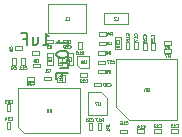
<source format=gbr>
%TF.GenerationSoftware,KiCad,Pcbnew,(7.0.0)*%
%TF.CreationDate,2023-09-06T14:08:44-04:00*%
%TF.ProjectId,headstage-neuropix1e,68656164-7374-4616-9765-2d6e6575726f,B*%
%TF.SameCoordinates,Original*%
%TF.FileFunction,AssemblyDrawing,Bot*%
%FSLAX46Y46*%
G04 Gerber Fmt 4.6, Leading zero omitted, Abs format (unit mm)*
G04 Created by KiCad (PCBNEW (7.0.0)) date 2023-09-06 14:08:44*
%MOMM*%
%LPD*%
G01*
G04 APERTURE LIST*
%ADD10C,0.040000*%
%ADD11C,0.150000*%
%ADD12C,0.100000*%
G04 APERTURE END LIST*
D10*
%TO.C,C3*%
X140938035Y-91868333D02*
X140949940Y-91856429D01*
X140949940Y-91856429D02*
X140961845Y-91820714D01*
X140961845Y-91820714D02*
X140961845Y-91796905D01*
X140961845Y-91796905D02*
X140949940Y-91761191D01*
X140949940Y-91761191D02*
X140926130Y-91737381D01*
X140926130Y-91737381D02*
X140902321Y-91725476D01*
X140902321Y-91725476D02*
X140854702Y-91713572D01*
X140854702Y-91713572D02*
X140818988Y-91713572D01*
X140818988Y-91713572D02*
X140771369Y-91725476D01*
X140771369Y-91725476D02*
X140747559Y-91737381D01*
X140747559Y-91737381D02*
X140723750Y-91761191D01*
X140723750Y-91761191D02*
X140711845Y-91796905D01*
X140711845Y-91796905D02*
X140711845Y-91820714D01*
X140711845Y-91820714D02*
X140723750Y-91856429D01*
X140723750Y-91856429D02*
X140735654Y-91868333D01*
X140711845Y-91951667D02*
X140711845Y-92106429D01*
X140711845Y-92106429D02*
X140807083Y-92023095D01*
X140807083Y-92023095D02*
X140807083Y-92058810D01*
X140807083Y-92058810D02*
X140818988Y-92082619D01*
X140818988Y-92082619D02*
X140830892Y-92094524D01*
X140830892Y-92094524D02*
X140854702Y-92106429D01*
X140854702Y-92106429D02*
X140914226Y-92106429D01*
X140914226Y-92106429D02*
X140938035Y-92094524D01*
X140938035Y-92094524D02*
X140949940Y-92082619D01*
X140949940Y-92082619D02*
X140961845Y-92058810D01*
X140961845Y-92058810D02*
X140961845Y-91987381D01*
X140961845Y-91987381D02*
X140949940Y-91963572D01*
X140949940Y-91963572D02*
X140938035Y-91951667D01*
%TO.C,L2*%
X144791666Y-88591845D02*
X144910714Y-88591845D01*
X144910714Y-88591845D02*
X144910714Y-88341845D01*
X144720237Y-88365654D02*
X144708333Y-88353750D01*
X144708333Y-88353750D02*
X144684523Y-88341845D01*
X144684523Y-88341845D02*
X144624999Y-88341845D01*
X144624999Y-88341845D02*
X144601190Y-88353750D01*
X144601190Y-88353750D02*
X144589285Y-88365654D01*
X144589285Y-88365654D02*
X144577380Y-88389464D01*
X144577380Y-88389464D02*
X144577380Y-88413273D01*
X144577380Y-88413273D02*
X144589285Y-88448988D01*
X144589285Y-88448988D02*
X144732142Y-88591845D01*
X144732142Y-88591845D02*
X144577380Y-88591845D01*
%TO.C,C15*%
X145580714Y-97438035D02*
X145592618Y-97449940D01*
X145592618Y-97449940D02*
X145628333Y-97461845D01*
X145628333Y-97461845D02*
X145652142Y-97461845D01*
X145652142Y-97461845D02*
X145687856Y-97449940D01*
X145687856Y-97449940D02*
X145711666Y-97426130D01*
X145711666Y-97426130D02*
X145723571Y-97402321D01*
X145723571Y-97402321D02*
X145735475Y-97354702D01*
X145735475Y-97354702D02*
X145735475Y-97318988D01*
X145735475Y-97318988D02*
X145723571Y-97271369D01*
X145723571Y-97271369D02*
X145711666Y-97247559D01*
X145711666Y-97247559D02*
X145687856Y-97223750D01*
X145687856Y-97223750D02*
X145652142Y-97211845D01*
X145652142Y-97211845D02*
X145628333Y-97211845D01*
X145628333Y-97211845D02*
X145592618Y-97223750D01*
X145592618Y-97223750D02*
X145580714Y-97235654D01*
X145342618Y-97461845D02*
X145485475Y-97461845D01*
X145414047Y-97461845D02*
X145414047Y-97211845D01*
X145414047Y-97211845D02*
X145437856Y-97247559D01*
X145437856Y-97247559D02*
X145461666Y-97271369D01*
X145461666Y-97271369D02*
X145485475Y-97283273D01*
X145116428Y-97211845D02*
X145235476Y-97211845D01*
X145235476Y-97211845D02*
X145247380Y-97330892D01*
X145247380Y-97330892D02*
X145235476Y-97318988D01*
X145235476Y-97318988D02*
X145211666Y-97307083D01*
X145211666Y-97307083D02*
X145152142Y-97307083D01*
X145152142Y-97307083D02*
X145128333Y-97318988D01*
X145128333Y-97318988D02*
X145116428Y-97330892D01*
X145116428Y-97330892D02*
X145104523Y-97354702D01*
X145104523Y-97354702D02*
X145104523Y-97414226D01*
X145104523Y-97414226D02*
X145116428Y-97438035D01*
X145116428Y-97438035D02*
X145128333Y-97449940D01*
X145128333Y-97449940D02*
X145152142Y-97461845D01*
X145152142Y-97461845D02*
X145211666Y-97461845D01*
X145211666Y-97461845D02*
X145235476Y-97449940D01*
X145235476Y-97449940D02*
X145247380Y-97438035D01*
%TO.C,R9*%
X144141666Y-93091845D02*
X144224999Y-92972797D01*
X144284523Y-93091845D02*
X144284523Y-92841845D01*
X144284523Y-92841845D02*
X144189285Y-92841845D01*
X144189285Y-92841845D02*
X144165475Y-92853750D01*
X144165475Y-92853750D02*
X144153570Y-92865654D01*
X144153570Y-92865654D02*
X144141666Y-92889464D01*
X144141666Y-92889464D02*
X144141666Y-92925178D01*
X144141666Y-92925178D02*
X144153570Y-92948988D01*
X144153570Y-92948988D02*
X144165475Y-92960892D01*
X144165475Y-92960892D02*
X144189285Y-92972797D01*
X144189285Y-92972797D02*
X144284523Y-92972797D01*
X144022618Y-93091845D02*
X143974999Y-93091845D01*
X143974999Y-93091845D02*
X143951189Y-93079940D01*
X143951189Y-93079940D02*
X143939285Y-93068035D01*
X143939285Y-93068035D02*
X143915475Y-93032321D01*
X143915475Y-93032321D02*
X143903570Y-92984702D01*
X143903570Y-92984702D02*
X143903570Y-92889464D01*
X143903570Y-92889464D02*
X143915475Y-92865654D01*
X143915475Y-92865654D02*
X143927380Y-92853750D01*
X143927380Y-92853750D02*
X143951189Y-92841845D01*
X143951189Y-92841845D02*
X143998808Y-92841845D01*
X143998808Y-92841845D02*
X144022618Y-92853750D01*
X144022618Y-92853750D02*
X144034523Y-92865654D01*
X144034523Y-92865654D02*
X144046427Y-92889464D01*
X144046427Y-92889464D02*
X144046427Y-92948988D01*
X144046427Y-92948988D02*
X144034523Y-92972797D01*
X144034523Y-92972797D02*
X144022618Y-92984702D01*
X144022618Y-92984702D02*
X143998808Y-92996607D01*
X143998808Y-92996607D02*
X143951189Y-92996607D01*
X143951189Y-92996607D02*
X143927380Y-92984702D01*
X143927380Y-92984702D02*
X143915475Y-92972797D01*
X143915475Y-92972797D02*
X143903570Y-92948988D01*
%TO.C,U1*%
X139951845Y-93399523D02*
X140154226Y-93399523D01*
X140154226Y-93399523D02*
X140178035Y-93411428D01*
X140178035Y-93411428D02*
X140189940Y-93423333D01*
X140189940Y-93423333D02*
X140201845Y-93447142D01*
X140201845Y-93447142D02*
X140201845Y-93494761D01*
X140201845Y-93494761D02*
X140189940Y-93518571D01*
X140189940Y-93518571D02*
X140178035Y-93530476D01*
X140178035Y-93530476D02*
X140154226Y-93542380D01*
X140154226Y-93542380D02*
X139951845Y-93542380D01*
X140201845Y-93792381D02*
X140201845Y-93649524D01*
X140201845Y-93720952D02*
X139951845Y-93720952D01*
X139951845Y-93720952D02*
X139987559Y-93697143D01*
X139987559Y-93697143D02*
X140011369Y-93673333D01*
X140011369Y-93673333D02*
X140023273Y-93649524D01*
%TO.C,R6*%
X149141666Y-90991845D02*
X149224999Y-90872797D01*
X149284523Y-90991845D02*
X149284523Y-90741845D01*
X149284523Y-90741845D02*
X149189285Y-90741845D01*
X149189285Y-90741845D02*
X149165475Y-90753750D01*
X149165475Y-90753750D02*
X149153570Y-90765654D01*
X149153570Y-90765654D02*
X149141666Y-90789464D01*
X149141666Y-90789464D02*
X149141666Y-90825178D01*
X149141666Y-90825178D02*
X149153570Y-90848988D01*
X149153570Y-90848988D02*
X149165475Y-90860892D01*
X149165475Y-90860892D02*
X149189285Y-90872797D01*
X149189285Y-90872797D02*
X149284523Y-90872797D01*
X148927380Y-90741845D02*
X148974999Y-90741845D01*
X148974999Y-90741845D02*
X148998808Y-90753750D01*
X148998808Y-90753750D02*
X149010713Y-90765654D01*
X149010713Y-90765654D02*
X149034523Y-90801369D01*
X149034523Y-90801369D02*
X149046427Y-90848988D01*
X149046427Y-90848988D02*
X149046427Y-90944226D01*
X149046427Y-90944226D02*
X149034523Y-90968035D01*
X149034523Y-90968035D02*
X149022618Y-90979940D01*
X149022618Y-90979940D02*
X148998808Y-90991845D01*
X148998808Y-90991845D02*
X148951189Y-90991845D01*
X148951189Y-90991845D02*
X148927380Y-90979940D01*
X148927380Y-90979940D02*
X148915475Y-90968035D01*
X148915475Y-90968035D02*
X148903570Y-90944226D01*
X148903570Y-90944226D02*
X148903570Y-90884702D01*
X148903570Y-90884702D02*
X148915475Y-90860892D01*
X148915475Y-90860892D02*
X148927380Y-90848988D01*
X148927380Y-90848988D02*
X148951189Y-90837083D01*
X148951189Y-90837083D02*
X148998808Y-90837083D01*
X148998808Y-90837083D02*
X149022618Y-90848988D01*
X149022618Y-90848988D02*
X149034523Y-90860892D01*
X149034523Y-90860892D02*
X149046427Y-90884702D01*
%TO.C,U8*%
X142190476Y-92041845D02*
X142190476Y-92244226D01*
X142190476Y-92244226D02*
X142178571Y-92268035D01*
X142178571Y-92268035D02*
X142166666Y-92279940D01*
X142166666Y-92279940D02*
X142142857Y-92291845D01*
X142142857Y-92291845D02*
X142095238Y-92291845D01*
X142095238Y-92291845D02*
X142071428Y-92279940D01*
X142071428Y-92279940D02*
X142059523Y-92268035D01*
X142059523Y-92268035D02*
X142047619Y-92244226D01*
X142047619Y-92244226D02*
X142047619Y-92041845D01*
X141892856Y-92148988D02*
X141916666Y-92137083D01*
X141916666Y-92137083D02*
X141928571Y-92125178D01*
X141928571Y-92125178D02*
X141940475Y-92101369D01*
X141940475Y-92101369D02*
X141940475Y-92089464D01*
X141940475Y-92089464D02*
X141928571Y-92065654D01*
X141928571Y-92065654D02*
X141916666Y-92053750D01*
X141916666Y-92053750D02*
X141892856Y-92041845D01*
X141892856Y-92041845D02*
X141845237Y-92041845D01*
X141845237Y-92041845D02*
X141821428Y-92053750D01*
X141821428Y-92053750D02*
X141809523Y-92065654D01*
X141809523Y-92065654D02*
X141797618Y-92089464D01*
X141797618Y-92089464D02*
X141797618Y-92101369D01*
X141797618Y-92101369D02*
X141809523Y-92125178D01*
X141809523Y-92125178D02*
X141821428Y-92137083D01*
X141821428Y-92137083D02*
X141845237Y-92148988D01*
X141845237Y-92148988D02*
X141892856Y-92148988D01*
X141892856Y-92148988D02*
X141916666Y-92160892D01*
X141916666Y-92160892D02*
X141928571Y-92172797D01*
X141928571Y-92172797D02*
X141940475Y-92196607D01*
X141940475Y-92196607D02*
X141940475Y-92244226D01*
X141940475Y-92244226D02*
X141928571Y-92268035D01*
X141928571Y-92268035D02*
X141916666Y-92279940D01*
X141916666Y-92279940D02*
X141892856Y-92291845D01*
X141892856Y-92291845D02*
X141845237Y-92291845D01*
X141845237Y-92291845D02*
X141821428Y-92279940D01*
X141821428Y-92279940D02*
X141809523Y-92268035D01*
X141809523Y-92268035D02*
X141797618Y-92244226D01*
X141797618Y-92244226D02*
X141797618Y-92196607D01*
X141797618Y-92196607D02*
X141809523Y-92172797D01*
X141809523Y-92172797D02*
X141821428Y-92160892D01*
X141821428Y-92160892D02*
X141845237Y-92148988D01*
D11*
%TO.C,C4*%
X138555238Y-90727380D02*
X139126666Y-90727380D01*
X138840952Y-90727380D02*
X138840952Y-89727380D01*
X138840952Y-89727380D02*
X138936190Y-89870238D01*
X138936190Y-89870238D02*
X139031428Y-89965476D01*
X139031428Y-89965476D02*
X139126666Y-90013095D01*
X137698095Y-90060714D02*
X137698095Y-90727380D01*
X138126666Y-90060714D02*
X138126666Y-90584523D01*
X138126666Y-90584523D02*
X138079047Y-90679761D01*
X138079047Y-90679761D02*
X137983809Y-90727380D01*
X137983809Y-90727380D02*
X137840952Y-90727380D01*
X137840952Y-90727380D02*
X137745714Y-90679761D01*
X137745714Y-90679761D02*
X137698095Y-90632142D01*
X136888571Y-90203571D02*
X137221904Y-90203571D01*
X137221904Y-90727380D02*
X137221904Y-89727380D01*
X137221904Y-89727380D02*
X136745714Y-89727380D01*
D10*
X138001666Y-92158035D02*
X138013570Y-92169940D01*
X138013570Y-92169940D02*
X138049285Y-92181845D01*
X138049285Y-92181845D02*
X138073094Y-92181845D01*
X138073094Y-92181845D02*
X138108808Y-92169940D01*
X138108808Y-92169940D02*
X138132618Y-92146130D01*
X138132618Y-92146130D02*
X138144523Y-92122321D01*
X138144523Y-92122321D02*
X138156427Y-92074702D01*
X138156427Y-92074702D02*
X138156427Y-92038988D01*
X138156427Y-92038988D02*
X138144523Y-91991369D01*
X138144523Y-91991369D02*
X138132618Y-91967559D01*
X138132618Y-91967559D02*
X138108808Y-91943750D01*
X138108808Y-91943750D02*
X138073094Y-91931845D01*
X138073094Y-91931845D02*
X138049285Y-91931845D01*
X138049285Y-91931845D02*
X138013570Y-91943750D01*
X138013570Y-91943750D02*
X138001666Y-91955654D01*
X137787380Y-92015178D02*
X137787380Y-92181845D01*
X137846904Y-91919940D02*
X137906427Y-92098511D01*
X137906427Y-92098511D02*
X137751666Y-92098511D01*
%TO.C,C32*%
X142175714Y-93868035D02*
X142187618Y-93879940D01*
X142187618Y-93879940D02*
X142223333Y-93891845D01*
X142223333Y-93891845D02*
X142247142Y-93891845D01*
X142247142Y-93891845D02*
X142282856Y-93879940D01*
X142282856Y-93879940D02*
X142306666Y-93856130D01*
X142306666Y-93856130D02*
X142318571Y-93832321D01*
X142318571Y-93832321D02*
X142330475Y-93784702D01*
X142330475Y-93784702D02*
X142330475Y-93748988D01*
X142330475Y-93748988D02*
X142318571Y-93701369D01*
X142318571Y-93701369D02*
X142306666Y-93677559D01*
X142306666Y-93677559D02*
X142282856Y-93653750D01*
X142282856Y-93653750D02*
X142247142Y-93641845D01*
X142247142Y-93641845D02*
X142223333Y-93641845D01*
X142223333Y-93641845D02*
X142187618Y-93653750D01*
X142187618Y-93653750D02*
X142175714Y-93665654D01*
X142092380Y-93641845D02*
X141937618Y-93641845D01*
X141937618Y-93641845D02*
X142020952Y-93737083D01*
X142020952Y-93737083D02*
X141985237Y-93737083D01*
X141985237Y-93737083D02*
X141961428Y-93748988D01*
X141961428Y-93748988D02*
X141949523Y-93760892D01*
X141949523Y-93760892D02*
X141937618Y-93784702D01*
X141937618Y-93784702D02*
X141937618Y-93844226D01*
X141937618Y-93844226D02*
X141949523Y-93868035D01*
X141949523Y-93868035D02*
X141961428Y-93879940D01*
X141961428Y-93879940D02*
X141985237Y-93891845D01*
X141985237Y-93891845D02*
X142056666Y-93891845D01*
X142056666Y-93891845D02*
X142080475Y-93879940D01*
X142080475Y-93879940D02*
X142092380Y-93868035D01*
X141842380Y-93665654D02*
X141830476Y-93653750D01*
X141830476Y-93653750D02*
X141806666Y-93641845D01*
X141806666Y-93641845D02*
X141747142Y-93641845D01*
X141747142Y-93641845D02*
X141723333Y-93653750D01*
X141723333Y-93653750D02*
X141711428Y-93665654D01*
X141711428Y-93665654D02*
X141699523Y-93689464D01*
X141699523Y-93689464D02*
X141699523Y-93713273D01*
X141699523Y-93713273D02*
X141711428Y-93748988D01*
X141711428Y-93748988D02*
X141854285Y-93891845D01*
X141854285Y-93891845D02*
X141699523Y-93891845D01*
%TO.C,U9*%
X139290476Y-96141845D02*
X139290476Y-96344226D01*
X139290476Y-96344226D02*
X139278571Y-96368035D01*
X139278571Y-96368035D02*
X139266666Y-96379940D01*
X139266666Y-96379940D02*
X139242857Y-96391845D01*
X139242857Y-96391845D02*
X139195238Y-96391845D01*
X139195238Y-96391845D02*
X139171428Y-96379940D01*
X139171428Y-96379940D02*
X139159523Y-96368035D01*
X139159523Y-96368035D02*
X139147619Y-96344226D01*
X139147619Y-96344226D02*
X139147619Y-96141845D01*
X139016666Y-96391845D02*
X138969047Y-96391845D01*
X138969047Y-96391845D02*
X138945237Y-96379940D01*
X138945237Y-96379940D02*
X138933333Y-96368035D01*
X138933333Y-96368035D02*
X138909523Y-96332321D01*
X138909523Y-96332321D02*
X138897618Y-96284702D01*
X138897618Y-96284702D02*
X138897618Y-96189464D01*
X138897618Y-96189464D02*
X138909523Y-96165654D01*
X138909523Y-96165654D02*
X138921428Y-96153750D01*
X138921428Y-96153750D02*
X138945237Y-96141845D01*
X138945237Y-96141845D02*
X138992856Y-96141845D01*
X138992856Y-96141845D02*
X139016666Y-96153750D01*
X139016666Y-96153750D02*
X139028571Y-96165654D01*
X139028571Y-96165654D02*
X139040475Y-96189464D01*
X139040475Y-96189464D02*
X139040475Y-96248988D01*
X139040475Y-96248988D02*
X139028571Y-96272797D01*
X139028571Y-96272797D02*
X139016666Y-96284702D01*
X139016666Y-96284702D02*
X138992856Y-96296607D01*
X138992856Y-96296607D02*
X138945237Y-96296607D01*
X138945237Y-96296607D02*
X138921428Y-96284702D01*
X138921428Y-96284702D02*
X138909523Y-96272797D01*
X138909523Y-96272797D02*
X138897618Y-96248988D01*
%TO.C,R16*%
X141860714Y-91491845D02*
X141944047Y-91372797D01*
X142003571Y-91491845D02*
X142003571Y-91241845D01*
X142003571Y-91241845D02*
X141908333Y-91241845D01*
X141908333Y-91241845D02*
X141884523Y-91253750D01*
X141884523Y-91253750D02*
X141872618Y-91265654D01*
X141872618Y-91265654D02*
X141860714Y-91289464D01*
X141860714Y-91289464D02*
X141860714Y-91325178D01*
X141860714Y-91325178D02*
X141872618Y-91348988D01*
X141872618Y-91348988D02*
X141884523Y-91360892D01*
X141884523Y-91360892D02*
X141908333Y-91372797D01*
X141908333Y-91372797D02*
X142003571Y-91372797D01*
X141622618Y-91491845D02*
X141765475Y-91491845D01*
X141694047Y-91491845D02*
X141694047Y-91241845D01*
X141694047Y-91241845D02*
X141717856Y-91277559D01*
X141717856Y-91277559D02*
X141741666Y-91301369D01*
X141741666Y-91301369D02*
X141765475Y-91313273D01*
X141408333Y-91241845D02*
X141455952Y-91241845D01*
X141455952Y-91241845D02*
X141479761Y-91253750D01*
X141479761Y-91253750D02*
X141491666Y-91265654D01*
X141491666Y-91265654D02*
X141515476Y-91301369D01*
X141515476Y-91301369D02*
X141527380Y-91348988D01*
X141527380Y-91348988D02*
X141527380Y-91444226D01*
X141527380Y-91444226D02*
X141515476Y-91468035D01*
X141515476Y-91468035D02*
X141503571Y-91479940D01*
X141503571Y-91479940D02*
X141479761Y-91491845D01*
X141479761Y-91491845D02*
X141432142Y-91491845D01*
X141432142Y-91491845D02*
X141408333Y-91479940D01*
X141408333Y-91479940D02*
X141396428Y-91468035D01*
X141396428Y-91468035D02*
X141384523Y-91444226D01*
X141384523Y-91444226D02*
X141384523Y-91384702D01*
X141384523Y-91384702D02*
X141396428Y-91360892D01*
X141396428Y-91360892D02*
X141408333Y-91348988D01*
X141408333Y-91348988D02*
X141432142Y-91337083D01*
X141432142Y-91337083D02*
X141479761Y-91337083D01*
X141479761Y-91337083D02*
X141503571Y-91348988D01*
X141503571Y-91348988D02*
X141515476Y-91360892D01*
X141515476Y-91360892D02*
X141527380Y-91384702D01*
%TO.C,R8*%
X144141666Y-91491845D02*
X144224999Y-91372797D01*
X144284523Y-91491845D02*
X144284523Y-91241845D01*
X144284523Y-91241845D02*
X144189285Y-91241845D01*
X144189285Y-91241845D02*
X144165475Y-91253750D01*
X144165475Y-91253750D02*
X144153570Y-91265654D01*
X144153570Y-91265654D02*
X144141666Y-91289464D01*
X144141666Y-91289464D02*
X144141666Y-91325178D01*
X144141666Y-91325178D02*
X144153570Y-91348988D01*
X144153570Y-91348988D02*
X144165475Y-91360892D01*
X144165475Y-91360892D02*
X144189285Y-91372797D01*
X144189285Y-91372797D02*
X144284523Y-91372797D01*
X143998808Y-91348988D02*
X144022618Y-91337083D01*
X144022618Y-91337083D02*
X144034523Y-91325178D01*
X144034523Y-91325178D02*
X144046427Y-91301369D01*
X144046427Y-91301369D02*
X144046427Y-91289464D01*
X144046427Y-91289464D02*
X144034523Y-91265654D01*
X144034523Y-91265654D02*
X144022618Y-91253750D01*
X144022618Y-91253750D02*
X143998808Y-91241845D01*
X143998808Y-91241845D02*
X143951189Y-91241845D01*
X143951189Y-91241845D02*
X143927380Y-91253750D01*
X143927380Y-91253750D02*
X143915475Y-91265654D01*
X143915475Y-91265654D02*
X143903570Y-91289464D01*
X143903570Y-91289464D02*
X143903570Y-91301369D01*
X143903570Y-91301369D02*
X143915475Y-91325178D01*
X143915475Y-91325178D02*
X143927380Y-91337083D01*
X143927380Y-91337083D02*
X143951189Y-91348988D01*
X143951189Y-91348988D02*
X143998808Y-91348988D01*
X143998808Y-91348988D02*
X144022618Y-91360892D01*
X144022618Y-91360892D02*
X144034523Y-91372797D01*
X144034523Y-91372797D02*
X144046427Y-91396607D01*
X144046427Y-91396607D02*
X144046427Y-91444226D01*
X144046427Y-91444226D02*
X144034523Y-91468035D01*
X144034523Y-91468035D02*
X144022618Y-91479940D01*
X144022618Y-91479940D02*
X143998808Y-91491845D01*
X143998808Y-91491845D02*
X143951189Y-91491845D01*
X143951189Y-91491845D02*
X143927380Y-91479940D01*
X143927380Y-91479940D02*
X143915475Y-91468035D01*
X143915475Y-91468035D02*
X143903570Y-91444226D01*
X143903570Y-91444226D02*
X143903570Y-91396607D01*
X143903570Y-91396607D02*
X143915475Y-91372797D01*
X143915475Y-91372797D02*
X143927380Y-91360892D01*
X143927380Y-91360892D02*
X143951189Y-91348988D01*
D11*
%TO.C,C6*%
X140717380Y-90858571D02*
X140717380Y-90287143D01*
X140717380Y-90572857D02*
X139717380Y-90572857D01*
X139717380Y-90572857D02*
X139860238Y-90477619D01*
X139860238Y-90477619D02*
X139955476Y-90382381D01*
X139955476Y-90382381D02*
X140003095Y-90287143D01*
X139717380Y-91477619D02*
X139717380Y-91572857D01*
X139717380Y-91572857D02*
X139765000Y-91668095D01*
X139765000Y-91668095D02*
X139812619Y-91715714D01*
X139812619Y-91715714D02*
X139907857Y-91763333D01*
X139907857Y-91763333D02*
X140098333Y-91810952D01*
X140098333Y-91810952D02*
X140336428Y-91810952D01*
X140336428Y-91810952D02*
X140526904Y-91763333D01*
X140526904Y-91763333D02*
X140622142Y-91715714D01*
X140622142Y-91715714D02*
X140669761Y-91668095D01*
X140669761Y-91668095D02*
X140717380Y-91572857D01*
X140717380Y-91572857D02*
X140717380Y-91477619D01*
X140717380Y-91477619D02*
X140669761Y-91382381D01*
X140669761Y-91382381D02*
X140622142Y-91334762D01*
X140622142Y-91334762D02*
X140526904Y-91287143D01*
X140526904Y-91287143D02*
X140336428Y-91239524D01*
X140336428Y-91239524D02*
X140098333Y-91239524D01*
X140098333Y-91239524D02*
X139907857Y-91287143D01*
X139907857Y-91287143D02*
X139812619Y-91334762D01*
X139812619Y-91334762D02*
X139765000Y-91382381D01*
X139765000Y-91382381D02*
X139717380Y-91477619D01*
X140050714Y-92668095D02*
X140717380Y-92668095D01*
X140050714Y-92239524D02*
X140574523Y-92239524D01*
X140574523Y-92239524D02*
X140669761Y-92287143D01*
X140669761Y-92287143D02*
X140717380Y-92382381D01*
X140717380Y-92382381D02*
X140717380Y-92525238D01*
X140717380Y-92525238D02*
X140669761Y-92620476D01*
X140669761Y-92620476D02*
X140622142Y-92668095D01*
X140193571Y-93477619D02*
X140193571Y-93144286D01*
X140717380Y-93144286D02*
X139717380Y-93144286D01*
X139717380Y-93144286D02*
X139717380Y-93620476D01*
D10*
X139258035Y-91888333D02*
X139269940Y-91876429D01*
X139269940Y-91876429D02*
X139281845Y-91840714D01*
X139281845Y-91840714D02*
X139281845Y-91816905D01*
X139281845Y-91816905D02*
X139269940Y-91781191D01*
X139269940Y-91781191D02*
X139246130Y-91757381D01*
X139246130Y-91757381D02*
X139222321Y-91745476D01*
X139222321Y-91745476D02*
X139174702Y-91733572D01*
X139174702Y-91733572D02*
X139138988Y-91733572D01*
X139138988Y-91733572D02*
X139091369Y-91745476D01*
X139091369Y-91745476D02*
X139067559Y-91757381D01*
X139067559Y-91757381D02*
X139043750Y-91781191D01*
X139043750Y-91781191D02*
X139031845Y-91816905D01*
X139031845Y-91816905D02*
X139031845Y-91840714D01*
X139031845Y-91840714D02*
X139043750Y-91876429D01*
X139043750Y-91876429D02*
X139055654Y-91888333D01*
X139031845Y-92102619D02*
X139031845Y-92055000D01*
X139031845Y-92055000D02*
X139043750Y-92031191D01*
X139043750Y-92031191D02*
X139055654Y-92019286D01*
X139055654Y-92019286D02*
X139091369Y-91995476D01*
X139091369Y-91995476D02*
X139138988Y-91983572D01*
X139138988Y-91983572D02*
X139234226Y-91983572D01*
X139234226Y-91983572D02*
X139258035Y-91995476D01*
X139258035Y-91995476D02*
X139269940Y-92007381D01*
X139269940Y-92007381D02*
X139281845Y-92031191D01*
X139281845Y-92031191D02*
X139281845Y-92078810D01*
X139281845Y-92078810D02*
X139269940Y-92102619D01*
X139269940Y-92102619D02*
X139258035Y-92114524D01*
X139258035Y-92114524D02*
X139234226Y-92126429D01*
X139234226Y-92126429D02*
X139174702Y-92126429D01*
X139174702Y-92126429D02*
X139150892Y-92114524D01*
X139150892Y-92114524D02*
X139138988Y-92102619D01*
X139138988Y-92102619D02*
X139127083Y-92078810D01*
X139127083Y-92078810D02*
X139127083Y-92031191D01*
X139127083Y-92031191D02*
X139138988Y-92007381D01*
X139138988Y-92007381D02*
X139150892Y-91995476D01*
X139150892Y-91995476D02*
X139174702Y-91983572D01*
%TO.C,C35*%
X137660714Y-94068035D02*
X137672618Y-94079940D01*
X137672618Y-94079940D02*
X137708333Y-94091845D01*
X137708333Y-94091845D02*
X137732142Y-94091845D01*
X137732142Y-94091845D02*
X137767856Y-94079940D01*
X137767856Y-94079940D02*
X137791666Y-94056130D01*
X137791666Y-94056130D02*
X137803571Y-94032321D01*
X137803571Y-94032321D02*
X137815475Y-93984702D01*
X137815475Y-93984702D02*
X137815475Y-93948988D01*
X137815475Y-93948988D02*
X137803571Y-93901369D01*
X137803571Y-93901369D02*
X137791666Y-93877559D01*
X137791666Y-93877559D02*
X137767856Y-93853750D01*
X137767856Y-93853750D02*
X137732142Y-93841845D01*
X137732142Y-93841845D02*
X137708333Y-93841845D01*
X137708333Y-93841845D02*
X137672618Y-93853750D01*
X137672618Y-93853750D02*
X137660714Y-93865654D01*
X137577380Y-93841845D02*
X137422618Y-93841845D01*
X137422618Y-93841845D02*
X137505952Y-93937083D01*
X137505952Y-93937083D02*
X137470237Y-93937083D01*
X137470237Y-93937083D02*
X137446428Y-93948988D01*
X137446428Y-93948988D02*
X137434523Y-93960892D01*
X137434523Y-93960892D02*
X137422618Y-93984702D01*
X137422618Y-93984702D02*
X137422618Y-94044226D01*
X137422618Y-94044226D02*
X137434523Y-94068035D01*
X137434523Y-94068035D02*
X137446428Y-94079940D01*
X137446428Y-94079940D02*
X137470237Y-94091845D01*
X137470237Y-94091845D02*
X137541666Y-94091845D01*
X137541666Y-94091845D02*
X137565475Y-94079940D01*
X137565475Y-94079940D02*
X137577380Y-94068035D01*
X137196428Y-93841845D02*
X137315476Y-93841845D01*
X137315476Y-93841845D02*
X137327380Y-93960892D01*
X137327380Y-93960892D02*
X137315476Y-93948988D01*
X137315476Y-93948988D02*
X137291666Y-93937083D01*
X137291666Y-93937083D02*
X137232142Y-93937083D01*
X137232142Y-93937083D02*
X137208333Y-93948988D01*
X137208333Y-93948988D02*
X137196428Y-93960892D01*
X137196428Y-93960892D02*
X137184523Y-93984702D01*
X137184523Y-93984702D02*
X137184523Y-94044226D01*
X137184523Y-94044226D02*
X137196428Y-94068035D01*
X137196428Y-94068035D02*
X137208333Y-94079940D01*
X137208333Y-94079940D02*
X137232142Y-94091845D01*
X137232142Y-94091845D02*
X137291666Y-94091845D01*
X137291666Y-94091845D02*
X137315476Y-94079940D01*
X137315476Y-94079940D02*
X137327380Y-94068035D01*
%TO.C,C18*%
X144983035Y-90449285D02*
X144994940Y-90437381D01*
X144994940Y-90437381D02*
X145006845Y-90401666D01*
X145006845Y-90401666D02*
X145006845Y-90377857D01*
X145006845Y-90377857D02*
X144994940Y-90342143D01*
X144994940Y-90342143D02*
X144971130Y-90318333D01*
X144971130Y-90318333D02*
X144947321Y-90306428D01*
X144947321Y-90306428D02*
X144899702Y-90294524D01*
X144899702Y-90294524D02*
X144863988Y-90294524D01*
X144863988Y-90294524D02*
X144816369Y-90306428D01*
X144816369Y-90306428D02*
X144792559Y-90318333D01*
X144792559Y-90318333D02*
X144768750Y-90342143D01*
X144768750Y-90342143D02*
X144756845Y-90377857D01*
X144756845Y-90377857D02*
X144756845Y-90401666D01*
X144756845Y-90401666D02*
X144768750Y-90437381D01*
X144768750Y-90437381D02*
X144780654Y-90449285D01*
X145006845Y-90687381D02*
X145006845Y-90544524D01*
X145006845Y-90615952D02*
X144756845Y-90615952D01*
X144756845Y-90615952D02*
X144792559Y-90592143D01*
X144792559Y-90592143D02*
X144816369Y-90568333D01*
X144816369Y-90568333D02*
X144828273Y-90544524D01*
X144863988Y-90830238D02*
X144852083Y-90806428D01*
X144852083Y-90806428D02*
X144840178Y-90794523D01*
X144840178Y-90794523D02*
X144816369Y-90782619D01*
X144816369Y-90782619D02*
X144804464Y-90782619D01*
X144804464Y-90782619D02*
X144780654Y-90794523D01*
X144780654Y-90794523D02*
X144768750Y-90806428D01*
X144768750Y-90806428D02*
X144756845Y-90830238D01*
X144756845Y-90830238D02*
X144756845Y-90877857D01*
X144756845Y-90877857D02*
X144768750Y-90901666D01*
X144768750Y-90901666D02*
X144780654Y-90913571D01*
X144780654Y-90913571D02*
X144804464Y-90925476D01*
X144804464Y-90925476D02*
X144816369Y-90925476D01*
X144816369Y-90925476D02*
X144840178Y-90913571D01*
X144840178Y-90913571D02*
X144852083Y-90901666D01*
X144852083Y-90901666D02*
X144863988Y-90877857D01*
X144863988Y-90877857D02*
X144863988Y-90830238D01*
X144863988Y-90830238D02*
X144875892Y-90806428D01*
X144875892Y-90806428D02*
X144887797Y-90794523D01*
X144887797Y-90794523D02*
X144911607Y-90782619D01*
X144911607Y-90782619D02*
X144959226Y-90782619D01*
X144959226Y-90782619D02*
X144983035Y-90794523D01*
X144983035Y-90794523D02*
X144994940Y-90806428D01*
X144994940Y-90806428D02*
X145006845Y-90830238D01*
X145006845Y-90830238D02*
X145006845Y-90877857D01*
X145006845Y-90877857D02*
X144994940Y-90901666D01*
X144994940Y-90901666D02*
X144983035Y-90913571D01*
X144983035Y-90913571D02*
X144959226Y-90925476D01*
X144959226Y-90925476D02*
X144911607Y-90925476D01*
X144911607Y-90925476D02*
X144887797Y-90913571D01*
X144887797Y-90913571D02*
X144875892Y-90901666D01*
X144875892Y-90901666D02*
X144863988Y-90877857D01*
%TO.C,R3*%
X139146666Y-90991845D02*
X139229999Y-90872797D01*
X139289523Y-90991845D02*
X139289523Y-90741845D01*
X139289523Y-90741845D02*
X139194285Y-90741845D01*
X139194285Y-90741845D02*
X139170475Y-90753750D01*
X139170475Y-90753750D02*
X139158570Y-90765654D01*
X139158570Y-90765654D02*
X139146666Y-90789464D01*
X139146666Y-90789464D02*
X139146666Y-90825178D01*
X139146666Y-90825178D02*
X139158570Y-90848988D01*
X139158570Y-90848988D02*
X139170475Y-90860892D01*
X139170475Y-90860892D02*
X139194285Y-90872797D01*
X139194285Y-90872797D02*
X139289523Y-90872797D01*
X139063332Y-90741845D02*
X138908570Y-90741845D01*
X138908570Y-90741845D02*
X138991904Y-90837083D01*
X138991904Y-90837083D02*
X138956189Y-90837083D01*
X138956189Y-90837083D02*
X138932380Y-90848988D01*
X138932380Y-90848988D02*
X138920475Y-90860892D01*
X138920475Y-90860892D02*
X138908570Y-90884702D01*
X138908570Y-90884702D02*
X138908570Y-90944226D01*
X138908570Y-90944226D02*
X138920475Y-90968035D01*
X138920475Y-90968035D02*
X138932380Y-90979940D01*
X138932380Y-90979940D02*
X138956189Y-90991845D01*
X138956189Y-90991845D02*
X139027618Y-90991845D01*
X139027618Y-90991845D02*
X139051427Y-90979940D01*
X139051427Y-90979940D02*
X139063332Y-90968035D01*
%TO.C,C17*%
X146513035Y-89899285D02*
X146524940Y-89887381D01*
X146524940Y-89887381D02*
X146536845Y-89851666D01*
X146536845Y-89851666D02*
X146536845Y-89827857D01*
X146536845Y-89827857D02*
X146524940Y-89792143D01*
X146524940Y-89792143D02*
X146501130Y-89768333D01*
X146501130Y-89768333D02*
X146477321Y-89756428D01*
X146477321Y-89756428D02*
X146429702Y-89744524D01*
X146429702Y-89744524D02*
X146393988Y-89744524D01*
X146393988Y-89744524D02*
X146346369Y-89756428D01*
X146346369Y-89756428D02*
X146322559Y-89768333D01*
X146322559Y-89768333D02*
X146298750Y-89792143D01*
X146298750Y-89792143D02*
X146286845Y-89827857D01*
X146286845Y-89827857D02*
X146286845Y-89851666D01*
X146286845Y-89851666D02*
X146298750Y-89887381D01*
X146298750Y-89887381D02*
X146310654Y-89899285D01*
X146536845Y-90137381D02*
X146536845Y-89994524D01*
X146536845Y-90065952D02*
X146286845Y-90065952D01*
X146286845Y-90065952D02*
X146322559Y-90042143D01*
X146322559Y-90042143D02*
X146346369Y-90018333D01*
X146346369Y-90018333D02*
X146358273Y-89994524D01*
X146286845Y-90220714D02*
X146286845Y-90387380D01*
X146286845Y-90387380D02*
X146536845Y-90280238D01*
%TO.C,U7*%
X143390476Y-95541845D02*
X143390476Y-95744226D01*
X143390476Y-95744226D02*
X143378571Y-95768035D01*
X143378571Y-95768035D02*
X143366666Y-95779940D01*
X143366666Y-95779940D02*
X143342857Y-95791845D01*
X143342857Y-95791845D02*
X143295238Y-95791845D01*
X143295238Y-95791845D02*
X143271428Y-95779940D01*
X143271428Y-95779940D02*
X143259523Y-95768035D01*
X143259523Y-95768035D02*
X143247619Y-95744226D01*
X143247619Y-95744226D02*
X143247619Y-95541845D01*
X143152380Y-95541845D02*
X142985714Y-95541845D01*
X142985714Y-95541845D02*
X143092856Y-95791845D01*
%TO.C,JP1*%
X143931845Y-97511667D02*
X144110416Y-97511667D01*
X144110416Y-97511667D02*
X144146130Y-97499762D01*
X144146130Y-97499762D02*
X144169940Y-97475953D01*
X144169940Y-97475953D02*
X144181845Y-97440238D01*
X144181845Y-97440238D02*
X144181845Y-97416429D01*
X144181845Y-97630714D02*
X143931845Y-97630714D01*
X143931845Y-97630714D02*
X143931845Y-97725952D01*
X143931845Y-97725952D02*
X143943750Y-97749762D01*
X143943750Y-97749762D02*
X143955654Y-97761667D01*
X143955654Y-97761667D02*
X143979464Y-97773571D01*
X143979464Y-97773571D02*
X144015178Y-97773571D01*
X144015178Y-97773571D02*
X144038988Y-97761667D01*
X144038988Y-97761667D02*
X144050892Y-97749762D01*
X144050892Y-97749762D02*
X144062797Y-97725952D01*
X144062797Y-97725952D02*
X144062797Y-97630714D01*
X144181845Y-98011667D02*
X144181845Y-97868810D01*
X144181845Y-97940238D02*
X143931845Y-97940238D01*
X143931845Y-97940238D02*
X143967559Y-97916429D01*
X143967559Y-97916429D02*
X143991369Y-97892619D01*
X143991369Y-97892619D02*
X144003273Y-97868810D01*
%TO.C,L3*%
X144241666Y-90691845D02*
X144360714Y-90691845D01*
X144360714Y-90691845D02*
X144360714Y-90441845D01*
X144182142Y-90441845D02*
X144027380Y-90441845D01*
X144027380Y-90441845D02*
X144110714Y-90537083D01*
X144110714Y-90537083D02*
X144074999Y-90537083D01*
X144074999Y-90537083D02*
X144051190Y-90548988D01*
X144051190Y-90548988D02*
X144039285Y-90560892D01*
X144039285Y-90560892D02*
X144027380Y-90584702D01*
X144027380Y-90584702D02*
X144027380Y-90644226D01*
X144027380Y-90644226D02*
X144039285Y-90668035D01*
X144039285Y-90668035D02*
X144051190Y-90679940D01*
X144051190Y-90679940D02*
X144074999Y-90691845D01*
X144074999Y-90691845D02*
X144146428Y-90691845D01*
X144146428Y-90691845D02*
X144170237Y-90679940D01*
X144170237Y-90679940D02*
X144182142Y-90668035D01*
%TO.C,C9*%
X136111666Y-92768035D02*
X136123570Y-92779940D01*
X136123570Y-92779940D02*
X136159285Y-92791845D01*
X136159285Y-92791845D02*
X136183094Y-92791845D01*
X136183094Y-92791845D02*
X136218808Y-92779940D01*
X136218808Y-92779940D02*
X136242618Y-92756130D01*
X136242618Y-92756130D02*
X136254523Y-92732321D01*
X136254523Y-92732321D02*
X136266427Y-92684702D01*
X136266427Y-92684702D02*
X136266427Y-92648988D01*
X136266427Y-92648988D02*
X136254523Y-92601369D01*
X136254523Y-92601369D02*
X136242618Y-92577559D01*
X136242618Y-92577559D02*
X136218808Y-92553750D01*
X136218808Y-92553750D02*
X136183094Y-92541845D01*
X136183094Y-92541845D02*
X136159285Y-92541845D01*
X136159285Y-92541845D02*
X136123570Y-92553750D01*
X136123570Y-92553750D02*
X136111666Y-92565654D01*
X135992618Y-92791845D02*
X135944999Y-92791845D01*
X135944999Y-92791845D02*
X135921189Y-92779940D01*
X135921189Y-92779940D02*
X135909285Y-92768035D01*
X135909285Y-92768035D02*
X135885475Y-92732321D01*
X135885475Y-92732321D02*
X135873570Y-92684702D01*
X135873570Y-92684702D02*
X135873570Y-92589464D01*
X135873570Y-92589464D02*
X135885475Y-92565654D01*
X135885475Y-92565654D02*
X135897380Y-92553750D01*
X135897380Y-92553750D02*
X135921189Y-92541845D01*
X135921189Y-92541845D02*
X135968808Y-92541845D01*
X135968808Y-92541845D02*
X135992618Y-92553750D01*
X135992618Y-92553750D02*
X136004523Y-92565654D01*
X136004523Y-92565654D02*
X136016427Y-92589464D01*
X136016427Y-92589464D02*
X136016427Y-92648988D01*
X136016427Y-92648988D02*
X136004523Y-92672797D01*
X136004523Y-92672797D02*
X135992618Y-92684702D01*
X135992618Y-92684702D02*
X135968808Y-92696607D01*
X135968808Y-92696607D02*
X135921189Y-92696607D01*
X135921189Y-92696607D02*
X135897380Y-92684702D01*
X135897380Y-92684702D02*
X135885475Y-92672797D01*
X135885475Y-92672797D02*
X135873570Y-92648988D01*
%TO.C,C13*%
X149860714Y-97668035D02*
X149872618Y-97679940D01*
X149872618Y-97679940D02*
X149908333Y-97691845D01*
X149908333Y-97691845D02*
X149932142Y-97691845D01*
X149932142Y-97691845D02*
X149967856Y-97679940D01*
X149967856Y-97679940D02*
X149991666Y-97656130D01*
X149991666Y-97656130D02*
X150003571Y-97632321D01*
X150003571Y-97632321D02*
X150015475Y-97584702D01*
X150015475Y-97584702D02*
X150015475Y-97548988D01*
X150015475Y-97548988D02*
X150003571Y-97501369D01*
X150003571Y-97501369D02*
X149991666Y-97477559D01*
X149991666Y-97477559D02*
X149967856Y-97453750D01*
X149967856Y-97453750D02*
X149932142Y-97441845D01*
X149932142Y-97441845D02*
X149908333Y-97441845D01*
X149908333Y-97441845D02*
X149872618Y-97453750D01*
X149872618Y-97453750D02*
X149860714Y-97465654D01*
X149622618Y-97691845D02*
X149765475Y-97691845D01*
X149694047Y-97691845D02*
X149694047Y-97441845D01*
X149694047Y-97441845D02*
X149717856Y-97477559D01*
X149717856Y-97477559D02*
X149741666Y-97501369D01*
X149741666Y-97501369D02*
X149765475Y-97513273D01*
X149539285Y-97441845D02*
X149384523Y-97441845D01*
X149384523Y-97441845D02*
X149467857Y-97537083D01*
X149467857Y-97537083D02*
X149432142Y-97537083D01*
X149432142Y-97537083D02*
X149408333Y-97548988D01*
X149408333Y-97548988D02*
X149396428Y-97560892D01*
X149396428Y-97560892D02*
X149384523Y-97584702D01*
X149384523Y-97584702D02*
X149384523Y-97644226D01*
X149384523Y-97644226D02*
X149396428Y-97668035D01*
X149396428Y-97668035D02*
X149408333Y-97679940D01*
X149408333Y-97679940D02*
X149432142Y-97691845D01*
X149432142Y-97691845D02*
X149503571Y-97691845D01*
X149503571Y-97691845D02*
X149527380Y-97679940D01*
X149527380Y-97679940D02*
X149539285Y-97668035D01*
%TO.C,C5*%
X138041666Y-92158035D02*
X138053570Y-92169940D01*
X138053570Y-92169940D02*
X138089285Y-92181845D01*
X138089285Y-92181845D02*
X138113094Y-92181845D01*
X138113094Y-92181845D02*
X138148808Y-92169940D01*
X138148808Y-92169940D02*
X138172618Y-92146130D01*
X138172618Y-92146130D02*
X138184523Y-92122321D01*
X138184523Y-92122321D02*
X138196427Y-92074702D01*
X138196427Y-92074702D02*
X138196427Y-92038988D01*
X138196427Y-92038988D02*
X138184523Y-91991369D01*
X138184523Y-91991369D02*
X138172618Y-91967559D01*
X138172618Y-91967559D02*
X138148808Y-91943750D01*
X138148808Y-91943750D02*
X138113094Y-91931845D01*
X138113094Y-91931845D02*
X138089285Y-91931845D01*
X138089285Y-91931845D02*
X138053570Y-91943750D01*
X138053570Y-91943750D02*
X138041666Y-91955654D01*
X137815475Y-91931845D02*
X137934523Y-91931845D01*
X137934523Y-91931845D02*
X137946427Y-92050892D01*
X137946427Y-92050892D02*
X137934523Y-92038988D01*
X137934523Y-92038988D02*
X137910713Y-92027083D01*
X137910713Y-92027083D02*
X137851189Y-92027083D01*
X137851189Y-92027083D02*
X137827380Y-92038988D01*
X137827380Y-92038988D02*
X137815475Y-92050892D01*
X137815475Y-92050892D02*
X137803570Y-92074702D01*
X137803570Y-92074702D02*
X137803570Y-92134226D01*
X137803570Y-92134226D02*
X137815475Y-92158035D01*
X137815475Y-92158035D02*
X137827380Y-92169940D01*
X137827380Y-92169940D02*
X137851189Y-92181845D01*
X137851189Y-92181845D02*
X137910713Y-92181845D01*
X137910713Y-92181845D02*
X137934523Y-92169940D01*
X137934523Y-92169940D02*
X137946427Y-92158035D01*
%TO.C,R17*%
X143510714Y-97191845D02*
X143594047Y-97072797D01*
X143653571Y-97191845D02*
X143653571Y-96941845D01*
X143653571Y-96941845D02*
X143558333Y-96941845D01*
X143558333Y-96941845D02*
X143534523Y-96953750D01*
X143534523Y-96953750D02*
X143522618Y-96965654D01*
X143522618Y-96965654D02*
X143510714Y-96989464D01*
X143510714Y-96989464D02*
X143510714Y-97025178D01*
X143510714Y-97025178D02*
X143522618Y-97048988D01*
X143522618Y-97048988D02*
X143534523Y-97060892D01*
X143534523Y-97060892D02*
X143558333Y-97072797D01*
X143558333Y-97072797D02*
X143653571Y-97072797D01*
X143272618Y-97191845D02*
X143415475Y-97191845D01*
X143344047Y-97191845D02*
X143344047Y-96941845D01*
X143344047Y-96941845D02*
X143367856Y-96977559D01*
X143367856Y-96977559D02*
X143391666Y-97001369D01*
X143391666Y-97001369D02*
X143415475Y-97013273D01*
X143189285Y-96941845D02*
X143022619Y-96941845D01*
X143022619Y-96941845D02*
X143129761Y-97191845D01*
%TO.C,C27*%
X144460714Y-92268035D02*
X144472618Y-92279940D01*
X144472618Y-92279940D02*
X144508333Y-92291845D01*
X144508333Y-92291845D02*
X144532142Y-92291845D01*
X144532142Y-92291845D02*
X144567856Y-92279940D01*
X144567856Y-92279940D02*
X144591666Y-92256130D01*
X144591666Y-92256130D02*
X144603571Y-92232321D01*
X144603571Y-92232321D02*
X144615475Y-92184702D01*
X144615475Y-92184702D02*
X144615475Y-92148988D01*
X144615475Y-92148988D02*
X144603571Y-92101369D01*
X144603571Y-92101369D02*
X144591666Y-92077559D01*
X144591666Y-92077559D02*
X144567856Y-92053750D01*
X144567856Y-92053750D02*
X144532142Y-92041845D01*
X144532142Y-92041845D02*
X144508333Y-92041845D01*
X144508333Y-92041845D02*
X144472618Y-92053750D01*
X144472618Y-92053750D02*
X144460714Y-92065654D01*
X144365475Y-92065654D02*
X144353571Y-92053750D01*
X144353571Y-92053750D02*
X144329761Y-92041845D01*
X144329761Y-92041845D02*
X144270237Y-92041845D01*
X144270237Y-92041845D02*
X144246428Y-92053750D01*
X144246428Y-92053750D02*
X144234523Y-92065654D01*
X144234523Y-92065654D02*
X144222618Y-92089464D01*
X144222618Y-92089464D02*
X144222618Y-92113273D01*
X144222618Y-92113273D02*
X144234523Y-92148988D01*
X144234523Y-92148988D02*
X144377380Y-92291845D01*
X144377380Y-92291845D02*
X144222618Y-92291845D01*
X144139285Y-92041845D02*
X143972619Y-92041845D01*
X143972619Y-92041845D02*
X144079761Y-92291845D01*
%TO.C,C2*%
X140778035Y-92068333D02*
X140789940Y-92056429D01*
X140789940Y-92056429D02*
X140801845Y-92020714D01*
X140801845Y-92020714D02*
X140801845Y-91996905D01*
X140801845Y-91996905D02*
X140789940Y-91961191D01*
X140789940Y-91961191D02*
X140766130Y-91937381D01*
X140766130Y-91937381D02*
X140742321Y-91925476D01*
X140742321Y-91925476D02*
X140694702Y-91913572D01*
X140694702Y-91913572D02*
X140658988Y-91913572D01*
X140658988Y-91913572D02*
X140611369Y-91925476D01*
X140611369Y-91925476D02*
X140587559Y-91937381D01*
X140587559Y-91937381D02*
X140563750Y-91961191D01*
X140563750Y-91961191D02*
X140551845Y-91996905D01*
X140551845Y-91996905D02*
X140551845Y-92020714D01*
X140551845Y-92020714D02*
X140563750Y-92056429D01*
X140563750Y-92056429D02*
X140575654Y-92068333D01*
X140575654Y-92163572D02*
X140563750Y-92175476D01*
X140563750Y-92175476D02*
X140551845Y-92199286D01*
X140551845Y-92199286D02*
X140551845Y-92258810D01*
X140551845Y-92258810D02*
X140563750Y-92282619D01*
X140563750Y-92282619D02*
X140575654Y-92294524D01*
X140575654Y-92294524D02*
X140599464Y-92306429D01*
X140599464Y-92306429D02*
X140623273Y-92306429D01*
X140623273Y-92306429D02*
X140658988Y-92294524D01*
X140658988Y-92294524D02*
X140801845Y-92151667D01*
X140801845Y-92151667D02*
X140801845Y-92306429D01*
%TO.C,C34*%
X135815714Y-97068035D02*
X135827618Y-97079940D01*
X135827618Y-97079940D02*
X135863333Y-97091845D01*
X135863333Y-97091845D02*
X135887142Y-97091845D01*
X135887142Y-97091845D02*
X135922856Y-97079940D01*
X135922856Y-97079940D02*
X135946666Y-97056130D01*
X135946666Y-97056130D02*
X135958571Y-97032321D01*
X135958571Y-97032321D02*
X135970475Y-96984702D01*
X135970475Y-96984702D02*
X135970475Y-96948988D01*
X135970475Y-96948988D02*
X135958571Y-96901369D01*
X135958571Y-96901369D02*
X135946666Y-96877559D01*
X135946666Y-96877559D02*
X135922856Y-96853750D01*
X135922856Y-96853750D02*
X135887142Y-96841845D01*
X135887142Y-96841845D02*
X135863333Y-96841845D01*
X135863333Y-96841845D02*
X135827618Y-96853750D01*
X135827618Y-96853750D02*
X135815714Y-96865654D01*
X135732380Y-96841845D02*
X135577618Y-96841845D01*
X135577618Y-96841845D02*
X135660952Y-96937083D01*
X135660952Y-96937083D02*
X135625237Y-96937083D01*
X135625237Y-96937083D02*
X135601428Y-96948988D01*
X135601428Y-96948988D02*
X135589523Y-96960892D01*
X135589523Y-96960892D02*
X135577618Y-96984702D01*
X135577618Y-96984702D02*
X135577618Y-97044226D01*
X135577618Y-97044226D02*
X135589523Y-97068035D01*
X135589523Y-97068035D02*
X135601428Y-97079940D01*
X135601428Y-97079940D02*
X135625237Y-97091845D01*
X135625237Y-97091845D02*
X135696666Y-97091845D01*
X135696666Y-97091845D02*
X135720475Y-97079940D01*
X135720475Y-97079940D02*
X135732380Y-97068035D01*
X135363333Y-96925178D02*
X135363333Y-97091845D01*
X135422857Y-96829940D02*
X135482380Y-97008511D01*
X135482380Y-97008511D02*
X135327619Y-97008511D01*
%TO.C,C31*%
X142660714Y-97168035D02*
X142672618Y-97179940D01*
X142672618Y-97179940D02*
X142708333Y-97191845D01*
X142708333Y-97191845D02*
X142732142Y-97191845D01*
X142732142Y-97191845D02*
X142767856Y-97179940D01*
X142767856Y-97179940D02*
X142791666Y-97156130D01*
X142791666Y-97156130D02*
X142803571Y-97132321D01*
X142803571Y-97132321D02*
X142815475Y-97084702D01*
X142815475Y-97084702D02*
X142815475Y-97048988D01*
X142815475Y-97048988D02*
X142803571Y-97001369D01*
X142803571Y-97001369D02*
X142791666Y-96977559D01*
X142791666Y-96977559D02*
X142767856Y-96953750D01*
X142767856Y-96953750D02*
X142732142Y-96941845D01*
X142732142Y-96941845D02*
X142708333Y-96941845D01*
X142708333Y-96941845D02*
X142672618Y-96953750D01*
X142672618Y-96953750D02*
X142660714Y-96965654D01*
X142577380Y-96941845D02*
X142422618Y-96941845D01*
X142422618Y-96941845D02*
X142505952Y-97037083D01*
X142505952Y-97037083D02*
X142470237Y-97037083D01*
X142470237Y-97037083D02*
X142446428Y-97048988D01*
X142446428Y-97048988D02*
X142434523Y-97060892D01*
X142434523Y-97060892D02*
X142422618Y-97084702D01*
X142422618Y-97084702D02*
X142422618Y-97144226D01*
X142422618Y-97144226D02*
X142434523Y-97168035D01*
X142434523Y-97168035D02*
X142446428Y-97179940D01*
X142446428Y-97179940D02*
X142470237Y-97191845D01*
X142470237Y-97191845D02*
X142541666Y-97191845D01*
X142541666Y-97191845D02*
X142565475Y-97179940D01*
X142565475Y-97179940D02*
X142577380Y-97168035D01*
X142184523Y-97191845D02*
X142327380Y-97191845D01*
X142255952Y-97191845D02*
X142255952Y-96941845D01*
X142255952Y-96941845D02*
X142279761Y-96977559D01*
X142279761Y-96977559D02*
X142303571Y-97001369D01*
X142303571Y-97001369D02*
X142327380Y-97013273D01*
%TO.C,C25*%
X147953035Y-90009285D02*
X147964940Y-89997381D01*
X147964940Y-89997381D02*
X147976845Y-89961666D01*
X147976845Y-89961666D02*
X147976845Y-89937857D01*
X147976845Y-89937857D02*
X147964940Y-89902143D01*
X147964940Y-89902143D02*
X147941130Y-89878333D01*
X147941130Y-89878333D02*
X147917321Y-89866428D01*
X147917321Y-89866428D02*
X147869702Y-89854524D01*
X147869702Y-89854524D02*
X147833988Y-89854524D01*
X147833988Y-89854524D02*
X147786369Y-89866428D01*
X147786369Y-89866428D02*
X147762559Y-89878333D01*
X147762559Y-89878333D02*
X147738750Y-89902143D01*
X147738750Y-89902143D02*
X147726845Y-89937857D01*
X147726845Y-89937857D02*
X147726845Y-89961666D01*
X147726845Y-89961666D02*
X147738750Y-89997381D01*
X147738750Y-89997381D02*
X147750654Y-90009285D01*
X147750654Y-90104524D02*
X147738750Y-90116428D01*
X147738750Y-90116428D02*
X147726845Y-90140238D01*
X147726845Y-90140238D02*
X147726845Y-90199762D01*
X147726845Y-90199762D02*
X147738750Y-90223571D01*
X147738750Y-90223571D02*
X147750654Y-90235476D01*
X147750654Y-90235476D02*
X147774464Y-90247381D01*
X147774464Y-90247381D02*
X147798273Y-90247381D01*
X147798273Y-90247381D02*
X147833988Y-90235476D01*
X147833988Y-90235476D02*
X147976845Y-90092619D01*
X147976845Y-90092619D02*
X147976845Y-90247381D01*
X147726845Y-90473571D02*
X147726845Y-90354523D01*
X147726845Y-90354523D02*
X147845892Y-90342619D01*
X147845892Y-90342619D02*
X147833988Y-90354523D01*
X147833988Y-90354523D02*
X147822083Y-90378333D01*
X147822083Y-90378333D02*
X147822083Y-90437857D01*
X147822083Y-90437857D02*
X147833988Y-90461666D01*
X147833988Y-90461666D02*
X147845892Y-90473571D01*
X147845892Y-90473571D02*
X147869702Y-90485476D01*
X147869702Y-90485476D02*
X147929226Y-90485476D01*
X147929226Y-90485476D02*
X147953035Y-90473571D01*
X147953035Y-90473571D02*
X147964940Y-90461666D01*
X147964940Y-90461666D02*
X147976845Y-90437857D01*
X147976845Y-90437857D02*
X147976845Y-90378333D01*
X147976845Y-90378333D02*
X147964940Y-90354523D01*
X147964940Y-90354523D02*
X147953035Y-90342619D01*
%TO.C,C12*%
X148425714Y-97668035D02*
X148437618Y-97679940D01*
X148437618Y-97679940D02*
X148473333Y-97691845D01*
X148473333Y-97691845D02*
X148497142Y-97691845D01*
X148497142Y-97691845D02*
X148532856Y-97679940D01*
X148532856Y-97679940D02*
X148556666Y-97656130D01*
X148556666Y-97656130D02*
X148568571Y-97632321D01*
X148568571Y-97632321D02*
X148580475Y-97584702D01*
X148580475Y-97584702D02*
X148580475Y-97548988D01*
X148580475Y-97548988D02*
X148568571Y-97501369D01*
X148568571Y-97501369D02*
X148556666Y-97477559D01*
X148556666Y-97477559D02*
X148532856Y-97453750D01*
X148532856Y-97453750D02*
X148497142Y-97441845D01*
X148497142Y-97441845D02*
X148473333Y-97441845D01*
X148473333Y-97441845D02*
X148437618Y-97453750D01*
X148437618Y-97453750D02*
X148425714Y-97465654D01*
X148187618Y-97691845D02*
X148330475Y-97691845D01*
X148259047Y-97691845D02*
X148259047Y-97441845D01*
X148259047Y-97441845D02*
X148282856Y-97477559D01*
X148282856Y-97477559D02*
X148306666Y-97501369D01*
X148306666Y-97501369D02*
X148330475Y-97513273D01*
X148092380Y-97465654D02*
X148080476Y-97453750D01*
X148080476Y-97453750D02*
X148056666Y-97441845D01*
X148056666Y-97441845D02*
X147997142Y-97441845D01*
X147997142Y-97441845D02*
X147973333Y-97453750D01*
X147973333Y-97453750D02*
X147961428Y-97465654D01*
X147961428Y-97465654D02*
X147949523Y-97489464D01*
X147949523Y-97489464D02*
X147949523Y-97513273D01*
X147949523Y-97513273D02*
X147961428Y-97548988D01*
X147961428Y-97548988D02*
X148104285Y-97691845D01*
X148104285Y-97691845D02*
X147949523Y-97691845D01*
%TO.C,C1*%
X139021666Y-92978035D02*
X139033570Y-92989940D01*
X139033570Y-92989940D02*
X139069285Y-93001845D01*
X139069285Y-93001845D02*
X139093094Y-93001845D01*
X139093094Y-93001845D02*
X139128808Y-92989940D01*
X139128808Y-92989940D02*
X139152618Y-92966130D01*
X139152618Y-92966130D02*
X139164523Y-92942321D01*
X139164523Y-92942321D02*
X139176427Y-92894702D01*
X139176427Y-92894702D02*
X139176427Y-92858988D01*
X139176427Y-92858988D02*
X139164523Y-92811369D01*
X139164523Y-92811369D02*
X139152618Y-92787559D01*
X139152618Y-92787559D02*
X139128808Y-92763750D01*
X139128808Y-92763750D02*
X139093094Y-92751845D01*
X139093094Y-92751845D02*
X139069285Y-92751845D01*
X139069285Y-92751845D02*
X139033570Y-92763750D01*
X139033570Y-92763750D02*
X139021666Y-92775654D01*
X138783570Y-93001845D02*
X138926427Y-93001845D01*
X138854999Y-93001845D02*
X138854999Y-92751845D01*
X138854999Y-92751845D02*
X138878808Y-92787559D01*
X138878808Y-92787559D02*
X138902618Y-92811369D01*
X138902618Y-92811369D02*
X138926427Y-92823273D01*
%TO.C,C29*%
X140760714Y-90968035D02*
X140772618Y-90979940D01*
X140772618Y-90979940D02*
X140808333Y-90991845D01*
X140808333Y-90991845D02*
X140832142Y-90991845D01*
X140832142Y-90991845D02*
X140867856Y-90979940D01*
X140867856Y-90979940D02*
X140891666Y-90956130D01*
X140891666Y-90956130D02*
X140903571Y-90932321D01*
X140903571Y-90932321D02*
X140915475Y-90884702D01*
X140915475Y-90884702D02*
X140915475Y-90848988D01*
X140915475Y-90848988D02*
X140903571Y-90801369D01*
X140903571Y-90801369D02*
X140891666Y-90777559D01*
X140891666Y-90777559D02*
X140867856Y-90753750D01*
X140867856Y-90753750D02*
X140832142Y-90741845D01*
X140832142Y-90741845D02*
X140808333Y-90741845D01*
X140808333Y-90741845D02*
X140772618Y-90753750D01*
X140772618Y-90753750D02*
X140760714Y-90765654D01*
X140665475Y-90765654D02*
X140653571Y-90753750D01*
X140653571Y-90753750D02*
X140629761Y-90741845D01*
X140629761Y-90741845D02*
X140570237Y-90741845D01*
X140570237Y-90741845D02*
X140546428Y-90753750D01*
X140546428Y-90753750D02*
X140534523Y-90765654D01*
X140534523Y-90765654D02*
X140522618Y-90789464D01*
X140522618Y-90789464D02*
X140522618Y-90813273D01*
X140522618Y-90813273D02*
X140534523Y-90848988D01*
X140534523Y-90848988D02*
X140677380Y-90991845D01*
X140677380Y-90991845D02*
X140522618Y-90991845D01*
X140403571Y-90991845D02*
X140355952Y-90991845D01*
X140355952Y-90991845D02*
X140332142Y-90979940D01*
X140332142Y-90979940D02*
X140320238Y-90968035D01*
X140320238Y-90968035D02*
X140296428Y-90932321D01*
X140296428Y-90932321D02*
X140284523Y-90884702D01*
X140284523Y-90884702D02*
X140284523Y-90789464D01*
X140284523Y-90789464D02*
X140296428Y-90765654D01*
X140296428Y-90765654D02*
X140308333Y-90753750D01*
X140308333Y-90753750D02*
X140332142Y-90741845D01*
X140332142Y-90741845D02*
X140379761Y-90741845D01*
X140379761Y-90741845D02*
X140403571Y-90753750D01*
X140403571Y-90753750D02*
X140415476Y-90765654D01*
X140415476Y-90765654D02*
X140427380Y-90789464D01*
X140427380Y-90789464D02*
X140427380Y-90848988D01*
X140427380Y-90848988D02*
X140415476Y-90872797D01*
X140415476Y-90872797D02*
X140403571Y-90884702D01*
X140403571Y-90884702D02*
X140379761Y-90896607D01*
X140379761Y-90896607D02*
X140332142Y-90896607D01*
X140332142Y-90896607D02*
X140308333Y-90884702D01*
X140308333Y-90884702D02*
X140296428Y-90872797D01*
X140296428Y-90872797D02*
X140284523Y-90848988D01*
%TO.C,R4*%
X144241666Y-89891845D02*
X144324999Y-89772797D01*
X144384523Y-89891845D02*
X144384523Y-89641845D01*
X144384523Y-89641845D02*
X144289285Y-89641845D01*
X144289285Y-89641845D02*
X144265475Y-89653750D01*
X144265475Y-89653750D02*
X144253570Y-89665654D01*
X144253570Y-89665654D02*
X144241666Y-89689464D01*
X144241666Y-89689464D02*
X144241666Y-89725178D01*
X144241666Y-89725178D02*
X144253570Y-89748988D01*
X144253570Y-89748988D02*
X144265475Y-89760892D01*
X144265475Y-89760892D02*
X144289285Y-89772797D01*
X144289285Y-89772797D02*
X144384523Y-89772797D01*
X144027380Y-89725178D02*
X144027380Y-89891845D01*
X144086904Y-89629940D02*
X144146427Y-89808511D01*
X144146427Y-89808511D02*
X143991666Y-89808511D01*
%TO.C,C14*%
X147020714Y-97733035D02*
X147032618Y-97744940D01*
X147032618Y-97744940D02*
X147068333Y-97756845D01*
X147068333Y-97756845D02*
X147092142Y-97756845D01*
X147092142Y-97756845D02*
X147127856Y-97744940D01*
X147127856Y-97744940D02*
X147151666Y-97721130D01*
X147151666Y-97721130D02*
X147163571Y-97697321D01*
X147163571Y-97697321D02*
X147175475Y-97649702D01*
X147175475Y-97649702D02*
X147175475Y-97613988D01*
X147175475Y-97613988D02*
X147163571Y-97566369D01*
X147163571Y-97566369D02*
X147151666Y-97542559D01*
X147151666Y-97542559D02*
X147127856Y-97518750D01*
X147127856Y-97518750D02*
X147092142Y-97506845D01*
X147092142Y-97506845D02*
X147068333Y-97506845D01*
X147068333Y-97506845D02*
X147032618Y-97518750D01*
X147032618Y-97518750D02*
X147020714Y-97530654D01*
X146782618Y-97756845D02*
X146925475Y-97756845D01*
X146854047Y-97756845D02*
X146854047Y-97506845D01*
X146854047Y-97506845D02*
X146877856Y-97542559D01*
X146877856Y-97542559D02*
X146901666Y-97566369D01*
X146901666Y-97566369D02*
X146925475Y-97578273D01*
X146568333Y-97590178D02*
X146568333Y-97756845D01*
X146627857Y-97494940D02*
X146687380Y-97673511D01*
X146687380Y-97673511D02*
X146532619Y-97673511D01*
%TO.C,C11*%
X137030714Y-92768035D02*
X137042618Y-92779940D01*
X137042618Y-92779940D02*
X137078333Y-92791845D01*
X137078333Y-92791845D02*
X137102142Y-92791845D01*
X137102142Y-92791845D02*
X137137856Y-92779940D01*
X137137856Y-92779940D02*
X137161666Y-92756130D01*
X137161666Y-92756130D02*
X137173571Y-92732321D01*
X137173571Y-92732321D02*
X137185475Y-92684702D01*
X137185475Y-92684702D02*
X137185475Y-92648988D01*
X137185475Y-92648988D02*
X137173571Y-92601369D01*
X137173571Y-92601369D02*
X137161666Y-92577559D01*
X137161666Y-92577559D02*
X137137856Y-92553750D01*
X137137856Y-92553750D02*
X137102142Y-92541845D01*
X137102142Y-92541845D02*
X137078333Y-92541845D01*
X137078333Y-92541845D02*
X137042618Y-92553750D01*
X137042618Y-92553750D02*
X137030714Y-92565654D01*
X136792618Y-92791845D02*
X136935475Y-92791845D01*
X136864047Y-92791845D02*
X136864047Y-92541845D01*
X136864047Y-92541845D02*
X136887856Y-92577559D01*
X136887856Y-92577559D02*
X136911666Y-92601369D01*
X136911666Y-92601369D02*
X136935475Y-92613273D01*
X136554523Y-92791845D02*
X136697380Y-92791845D01*
X136625952Y-92791845D02*
X136625952Y-92541845D01*
X136625952Y-92541845D02*
X136649761Y-92577559D01*
X136649761Y-92577559D02*
X136673571Y-92601369D01*
X136673571Y-92601369D02*
X136697380Y-92613273D01*
%TO.C,C33*%
X135815714Y-95598035D02*
X135827618Y-95609940D01*
X135827618Y-95609940D02*
X135863333Y-95621845D01*
X135863333Y-95621845D02*
X135887142Y-95621845D01*
X135887142Y-95621845D02*
X135922856Y-95609940D01*
X135922856Y-95609940D02*
X135946666Y-95586130D01*
X135946666Y-95586130D02*
X135958571Y-95562321D01*
X135958571Y-95562321D02*
X135970475Y-95514702D01*
X135970475Y-95514702D02*
X135970475Y-95478988D01*
X135970475Y-95478988D02*
X135958571Y-95431369D01*
X135958571Y-95431369D02*
X135946666Y-95407559D01*
X135946666Y-95407559D02*
X135922856Y-95383750D01*
X135922856Y-95383750D02*
X135887142Y-95371845D01*
X135887142Y-95371845D02*
X135863333Y-95371845D01*
X135863333Y-95371845D02*
X135827618Y-95383750D01*
X135827618Y-95383750D02*
X135815714Y-95395654D01*
X135732380Y-95371845D02*
X135577618Y-95371845D01*
X135577618Y-95371845D02*
X135660952Y-95467083D01*
X135660952Y-95467083D02*
X135625237Y-95467083D01*
X135625237Y-95467083D02*
X135601428Y-95478988D01*
X135601428Y-95478988D02*
X135589523Y-95490892D01*
X135589523Y-95490892D02*
X135577618Y-95514702D01*
X135577618Y-95514702D02*
X135577618Y-95574226D01*
X135577618Y-95574226D02*
X135589523Y-95598035D01*
X135589523Y-95598035D02*
X135601428Y-95609940D01*
X135601428Y-95609940D02*
X135625237Y-95621845D01*
X135625237Y-95621845D02*
X135696666Y-95621845D01*
X135696666Y-95621845D02*
X135720475Y-95609940D01*
X135720475Y-95609940D02*
X135732380Y-95598035D01*
X135494285Y-95371845D02*
X135339523Y-95371845D01*
X135339523Y-95371845D02*
X135422857Y-95467083D01*
X135422857Y-95467083D02*
X135387142Y-95467083D01*
X135387142Y-95467083D02*
X135363333Y-95478988D01*
X135363333Y-95478988D02*
X135351428Y-95490892D01*
X135351428Y-95490892D02*
X135339523Y-95514702D01*
X135339523Y-95514702D02*
X135339523Y-95574226D01*
X135339523Y-95574226D02*
X135351428Y-95598035D01*
X135351428Y-95598035D02*
X135363333Y-95609940D01*
X135363333Y-95609940D02*
X135387142Y-95621845D01*
X135387142Y-95621845D02*
X135458571Y-95621845D01*
X135458571Y-95621845D02*
X135482380Y-95609940D01*
X135482380Y-95609940D02*
X135494285Y-95598035D01*
%TO.C,C16*%
X145813035Y-89899285D02*
X145824940Y-89887381D01*
X145824940Y-89887381D02*
X145836845Y-89851666D01*
X145836845Y-89851666D02*
X145836845Y-89827857D01*
X145836845Y-89827857D02*
X145824940Y-89792143D01*
X145824940Y-89792143D02*
X145801130Y-89768333D01*
X145801130Y-89768333D02*
X145777321Y-89756428D01*
X145777321Y-89756428D02*
X145729702Y-89744524D01*
X145729702Y-89744524D02*
X145693988Y-89744524D01*
X145693988Y-89744524D02*
X145646369Y-89756428D01*
X145646369Y-89756428D02*
X145622559Y-89768333D01*
X145622559Y-89768333D02*
X145598750Y-89792143D01*
X145598750Y-89792143D02*
X145586845Y-89827857D01*
X145586845Y-89827857D02*
X145586845Y-89851666D01*
X145586845Y-89851666D02*
X145598750Y-89887381D01*
X145598750Y-89887381D02*
X145610654Y-89899285D01*
X145836845Y-90137381D02*
X145836845Y-89994524D01*
X145836845Y-90065952D02*
X145586845Y-90065952D01*
X145586845Y-90065952D02*
X145622559Y-90042143D01*
X145622559Y-90042143D02*
X145646369Y-90018333D01*
X145646369Y-90018333D02*
X145658273Y-89994524D01*
X145586845Y-90351666D02*
X145586845Y-90304047D01*
X145586845Y-90304047D02*
X145598750Y-90280238D01*
X145598750Y-90280238D02*
X145610654Y-90268333D01*
X145610654Y-90268333D02*
X145646369Y-90244523D01*
X145646369Y-90244523D02*
X145693988Y-90232619D01*
X145693988Y-90232619D02*
X145789226Y-90232619D01*
X145789226Y-90232619D02*
X145813035Y-90244523D01*
X145813035Y-90244523D02*
X145824940Y-90256428D01*
X145824940Y-90256428D02*
X145836845Y-90280238D01*
X145836845Y-90280238D02*
X145836845Y-90327857D01*
X145836845Y-90327857D02*
X145824940Y-90351666D01*
X145824940Y-90351666D02*
X145813035Y-90363571D01*
X145813035Y-90363571D02*
X145789226Y-90375476D01*
X145789226Y-90375476D02*
X145729702Y-90375476D01*
X145729702Y-90375476D02*
X145705892Y-90363571D01*
X145705892Y-90363571D02*
X145693988Y-90351666D01*
X145693988Y-90351666D02*
X145682083Y-90327857D01*
X145682083Y-90327857D02*
X145682083Y-90280238D01*
X145682083Y-90280238D02*
X145693988Y-90256428D01*
X145693988Y-90256428D02*
X145705892Y-90244523D01*
X145705892Y-90244523D02*
X145729702Y-90232619D01*
%TO.C,U5*%
X147159523Y-94658154D02*
X147159523Y-94455773D01*
X147159523Y-94455773D02*
X147171428Y-94431964D01*
X147171428Y-94431964D02*
X147183333Y-94420059D01*
X147183333Y-94420059D02*
X147207142Y-94408154D01*
X147207142Y-94408154D02*
X147254761Y-94408154D01*
X147254761Y-94408154D02*
X147278571Y-94420059D01*
X147278571Y-94420059D02*
X147290476Y-94431964D01*
X147290476Y-94431964D02*
X147302380Y-94455773D01*
X147302380Y-94455773D02*
X147302380Y-94658154D01*
X147540476Y-94658154D02*
X147421428Y-94658154D01*
X147421428Y-94658154D02*
X147409524Y-94539107D01*
X147409524Y-94539107D02*
X147421428Y-94551011D01*
X147421428Y-94551011D02*
X147445238Y-94562916D01*
X147445238Y-94562916D02*
X147504762Y-94562916D01*
X147504762Y-94562916D02*
X147528571Y-94551011D01*
X147528571Y-94551011D02*
X147540476Y-94539107D01*
X147540476Y-94539107D02*
X147552381Y-94515297D01*
X147552381Y-94515297D02*
X147552381Y-94455773D01*
X147552381Y-94455773D02*
X147540476Y-94431964D01*
X147540476Y-94431964D02*
X147528571Y-94420059D01*
X147528571Y-94420059D02*
X147504762Y-94408154D01*
X147504762Y-94408154D02*
X147445238Y-94408154D01*
X147445238Y-94408154D02*
X147421428Y-94420059D01*
X147421428Y-94420059D02*
X147409524Y-94431964D01*
X147159523Y-94658154D02*
X147159523Y-94455773D01*
X147159523Y-94455773D02*
X147171428Y-94431964D01*
X147171428Y-94431964D02*
X147183333Y-94420059D01*
X147183333Y-94420059D02*
X147207142Y-94408154D01*
X147207142Y-94408154D02*
X147254761Y-94408154D01*
X147254761Y-94408154D02*
X147278571Y-94420059D01*
X147278571Y-94420059D02*
X147290476Y-94431964D01*
X147290476Y-94431964D02*
X147302380Y-94455773D01*
X147302380Y-94455773D02*
X147302380Y-94658154D01*
X147540476Y-94658154D02*
X147421428Y-94658154D01*
X147421428Y-94658154D02*
X147409524Y-94539107D01*
X147409524Y-94539107D02*
X147421428Y-94551011D01*
X147421428Y-94551011D02*
X147445238Y-94562916D01*
X147445238Y-94562916D02*
X147504762Y-94562916D01*
X147504762Y-94562916D02*
X147528571Y-94551011D01*
X147528571Y-94551011D02*
X147540476Y-94539107D01*
X147540476Y-94539107D02*
X147552381Y-94515297D01*
X147552381Y-94515297D02*
X147552381Y-94455773D01*
X147552381Y-94455773D02*
X147540476Y-94431964D01*
X147540476Y-94431964D02*
X147528571Y-94420059D01*
X147528571Y-94420059D02*
X147504762Y-94408154D01*
X147504762Y-94408154D02*
X147445238Y-94408154D01*
X147445238Y-94408154D02*
X147421428Y-94420059D01*
X147421428Y-94420059D02*
X147409524Y-94431964D01*
%TO.C,C8*%
X135968035Y-91008333D02*
X135979940Y-90996429D01*
X135979940Y-90996429D02*
X135991845Y-90960714D01*
X135991845Y-90960714D02*
X135991845Y-90936905D01*
X135991845Y-90936905D02*
X135979940Y-90901191D01*
X135979940Y-90901191D02*
X135956130Y-90877381D01*
X135956130Y-90877381D02*
X135932321Y-90865476D01*
X135932321Y-90865476D02*
X135884702Y-90853572D01*
X135884702Y-90853572D02*
X135848988Y-90853572D01*
X135848988Y-90853572D02*
X135801369Y-90865476D01*
X135801369Y-90865476D02*
X135777559Y-90877381D01*
X135777559Y-90877381D02*
X135753750Y-90901191D01*
X135753750Y-90901191D02*
X135741845Y-90936905D01*
X135741845Y-90936905D02*
X135741845Y-90960714D01*
X135741845Y-90960714D02*
X135753750Y-90996429D01*
X135753750Y-90996429D02*
X135765654Y-91008333D01*
X135848988Y-91151191D02*
X135837083Y-91127381D01*
X135837083Y-91127381D02*
X135825178Y-91115476D01*
X135825178Y-91115476D02*
X135801369Y-91103572D01*
X135801369Y-91103572D02*
X135789464Y-91103572D01*
X135789464Y-91103572D02*
X135765654Y-91115476D01*
X135765654Y-91115476D02*
X135753750Y-91127381D01*
X135753750Y-91127381D02*
X135741845Y-91151191D01*
X135741845Y-91151191D02*
X135741845Y-91198810D01*
X135741845Y-91198810D02*
X135753750Y-91222619D01*
X135753750Y-91222619D02*
X135765654Y-91234524D01*
X135765654Y-91234524D02*
X135789464Y-91246429D01*
X135789464Y-91246429D02*
X135801369Y-91246429D01*
X135801369Y-91246429D02*
X135825178Y-91234524D01*
X135825178Y-91234524D02*
X135837083Y-91222619D01*
X135837083Y-91222619D02*
X135848988Y-91198810D01*
X135848988Y-91198810D02*
X135848988Y-91151191D01*
X135848988Y-91151191D02*
X135860892Y-91127381D01*
X135860892Y-91127381D02*
X135872797Y-91115476D01*
X135872797Y-91115476D02*
X135896607Y-91103572D01*
X135896607Y-91103572D02*
X135944226Y-91103572D01*
X135944226Y-91103572D02*
X135968035Y-91115476D01*
X135968035Y-91115476D02*
X135979940Y-91127381D01*
X135979940Y-91127381D02*
X135991845Y-91151191D01*
X135991845Y-91151191D02*
X135991845Y-91198810D01*
X135991845Y-91198810D02*
X135979940Y-91222619D01*
X135979940Y-91222619D02*
X135968035Y-91234524D01*
X135968035Y-91234524D02*
X135944226Y-91246429D01*
X135944226Y-91246429D02*
X135896607Y-91246429D01*
X135896607Y-91246429D02*
X135872797Y-91234524D01*
X135872797Y-91234524D02*
X135860892Y-91222619D01*
X135860892Y-91222619D02*
X135848988Y-91198810D01*
%TO.C,L1*%
X140641666Y-88586845D02*
X140760714Y-88586845D01*
X140760714Y-88586845D02*
X140760714Y-88336845D01*
X140427380Y-88586845D02*
X140570237Y-88586845D01*
X140498809Y-88586845D02*
X140498809Y-88336845D01*
X140498809Y-88336845D02*
X140522618Y-88372559D01*
X140522618Y-88372559D02*
X140546428Y-88396369D01*
X140546428Y-88396369D02*
X140570237Y-88408273D01*
%TO.C,R7*%
X149156666Y-91791845D02*
X149239999Y-91672797D01*
X149299523Y-91791845D02*
X149299523Y-91541845D01*
X149299523Y-91541845D02*
X149204285Y-91541845D01*
X149204285Y-91541845D02*
X149180475Y-91553750D01*
X149180475Y-91553750D02*
X149168570Y-91565654D01*
X149168570Y-91565654D02*
X149156666Y-91589464D01*
X149156666Y-91589464D02*
X149156666Y-91625178D01*
X149156666Y-91625178D02*
X149168570Y-91648988D01*
X149168570Y-91648988D02*
X149180475Y-91660892D01*
X149180475Y-91660892D02*
X149204285Y-91672797D01*
X149204285Y-91672797D02*
X149299523Y-91672797D01*
X149073332Y-91541845D02*
X148906666Y-91541845D01*
X148906666Y-91541845D02*
X149013808Y-91791845D01*
%TO.C,C30*%
X144160714Y-94168035D02*
X144172618Y-94179940D01*
X144172618Y-94179940D02*
X144208333Y-94191845D01*
X144208333Y-94191845D02*
X144232142Y-94191845D01*
X144232142Y-94191845D02*
X144267856Y-94179940D01*
X144267856Y-94179940D02*
X144291666Y-94156130D01*
X144291666Y-94156130D02*
X144303571Y-94132321D01*
X144303571Y-94132321D02*
X144315475Y-94084702D01*
X144315475Y-94084702D02*
X144315475Y-94048988D01*
X144315475Y-94048988D02*
X144303571Y-94001369D01*
X144303571Y-94001369D02*
X144291666Y-93977559D01*
X144291666Y-93977559D02*
X144267856Y-93953750D01*
X144267856Y-93953750D02*
X144232142Y-93941845D01*
X144232142Y-93941845D02*
X144208333Y-93941845D01*
X144208333Y-93941845D02*
X144172618Y-93953750D01*
X144172618Y-93953750D02*
X144160714Y-93965654D01*
X144077380Y-93941845D02*
X143922618Y-93941845D01*
X143922618Y-93941845D02*
X144005952Y-94037083D01*
X144005952Y-94037083D02*
X143970237Y-94037083D01*
X143970237Y-94037083D02*
X143946428Y-94048988D01*
X143946428Y-94048988D02*
X143934523Y-94060892D01*
X143934523Y-94060892D02*
X143922618Y-94084702D01*
X143922618Y-94084702D02*
X143922618Y-94144226D01*
X143922618Y-94144226D02*
X143934523Y-94168035D01*
X143934523Y-94168035D02*
X143946428Y-94179940D01*
X143946428Y-94179940D02*
X143970237Y-94191845D01*
X143970237Y-94191845D02*
X144041666Y-94191845D01*
X144041666Y-94191845D02*
X144065475Y-94179940D01*
X144065475Y-94179940D02*
X144077380Y-94168035D01*
X143767857Y-93941845D02*
X143744047Y-93941845D01*
X143744047Y-93941845D02*
X143720238Y-93953750D01*
X143720238Y-93953750D02*
X143708333Y-93965654D01*
X143708333Y-93965654D02*
X143696428Y-93989464D01*
X143696428Y-93989464D02*
X143684523Y-94037083D01*
X143684523Y-94037083D02*
X143684523Y-94096607D01*
X143684523Y-94096607D02*
X143696428Y-94144226D01*
X143696428Y-94144226D02*
X143708333Y-94168035D01*
X143708333Y-94168035D02*
X143720238Y-94179940D01*
X143720238Y-94179940D02*
X143744047Y-94191845D01*
X143744047Y-94191845D02*
X143767857Y-94191845D01*
X143767857Y-94191845D02*
X143791666Y-94179940D01*
X143791666Y-94179940D02*
X143803571Y-94168035D01*
X143803571Y-94168035D02*
X143815476Y-94144226D01*
X143815476Y-94144226D02*
X143827380Y-94096607D01*
X143827380Y-94096607D02*
X143827380Y-94037083D01*
X143827380Y-94037083D02*
X143815476Y-93989464D01*
X143815476Y-93989464D02*
X143803571Y-93965654D01*
X143803571Y-93965654D02*
X143791666Y-93953750D01*
X143791666Y-93953750D02*
X143767857Y-93941845D01*
%TO.C,C26*%
X147263035Y-89999285D02*
X147274940Y-89987381D01*
X147274940Y-89987381D02*
X147286845Y-89951666D01*
X147286845Y-89951666D02*
X147286845Y-89927857D01*
X147286845Y-89927857D02*
X147274940Y-89892143D01*
X147274940Y-89892143D02*
X147251130Y-89868333D01*
X147251130Y-89868333D02*
X147227321Y-89856428D01*
X147227321Y-89856428D02*
X147179702Y-89844524D01*
X147179702Y-89844524D02*
X147143988Y-89844524D01*
X147143988Y-89844524D02*
X147096369Y-89856428D01*
X147096369Y-89856428D02*
X147072559Y-89868333D01*
X147072559Y-89868333D02*
X147048750Y-89892143D01*
X147048750Y-89892143D02*
X147036845Y-89927857D01*
X147036845Y-89927857D02*
X147036845Y-89951666D01*
X147036845Y-89951666D02*
X147048750Y-89987381D01*
X147048750Y-89987381D02*
X147060654Y-89999285D01*
X147060654Y-90094524D02*
X147048750Y-90106428D01*
X147048750Y-90106428D02*
X147036845Y-90130238D01*
X147036845Y-90130238D02*
X147036845Y-90189762D01*
X147036845Y-90189762D02*
X147048750Y-90213571D01*
X147048750Y-90213571D02*
X147060654Y-90225476D01*
X147060654Y-90225476D02*
X147084464Y-90237381D01*
X147084464Y-90237381D02*
X147108273Y-90237381D01*
X147108273Y-90237381D02*
X147143988Y-90225476D01*
X147143988Y-90225476D02*
X147286845Y-90082619D01*
X147286845Y-90082619D02*
X147286845Y-90237381D01*
X147036845Y-90451666D02*
X147036845Y-90404047D01*
X147036845Y-90404047D02*
X147048750Y-90380238D01*
X147048750Y-90380238D02*
X147060654Y-90368333D01*
X147060654Y-90368333D02*
X147096369Y-90344523D01*
X147096369Y-90344523D02*
X147143988Y-90332619D01*
X147143988Y-90332619D02*
X147239226Y-90332619D01*
X147239226Y-90332619D02*
X147263035Y-90344523D01*
X147263035Y-90344523D02*
X147274940Y-90356428D01*
X147274940Y-90356428D02*
X147286845Y-90380238D01*
X147286845Y-90380238D02*
X147286845Y-90427857D01*
X147286845Y-90427857D02*
X147274940Y-90451666D01*
X147274940Y-90451666D02*
X147263035Y-90463571D01*
X147263035Y-90463571D02*
X147239226Y-90475476D01*
X147239226Y-90475476D02*
X147179702Y-90475476D01*
X147179702Y-90475476D02*
X147155892Y-90463571D01*
X147155892Y-90463571D02*
X147143988Y-90451666D01*
X147143988Y-90451666D02*
X147132083Y-90427857D01*
X147132083Y-90427857D02*
X147132083Y-90380238D01*
X147132083Y-90380238D02*
X147143988Y-90356428D01*
X147143988Y-90356428D02*
X147155892Y-90344523D01*
X147155892Y-90344523D02*
X147179702Y-90332619D01*
D12*
%TO.C,C3*%
X141120000Y-92410000D02*
X141120000Y-91410000D01*
X141120000Y-91410000D02*
X140620000Y-91410000D01*
X140620000Y-91410000D02*
X140620000Y-92410000D01*
X140620000Y-92410000D02*
X141120000Y-92410000D01*
%TO.C,L2*%
X145750000Y-88950000D02*
X145750000Y-88050000D01*
X145750000Y-88050000D02*
X143750000Y-88050000D01*
X143750000Y-88950000D02*
X145750000Y-88950000D01*
X143750000Y-88050000D02*
X143750000Y-88950000D01*
%TO.C,C15*%
X145720000Y-98200000D02*
X145720000Y-97900000D01*
X145720000Y-97900000D02*
X145120000Y-97900000D01*
X145120000Y-98200000D02*
X145720000Y-98200000D01*
X145120000Y-97900000D02*
X145120000Y-98200000D01*
%TO.C,R9*%
X143200000Y-92850000D02*
X143200000Y-93150000D01*
X143200000Y-93150000D02*
X143800000Y-93150000D01*
X143800000Y-92850000D02*
X143200000Y-92850000D01*
X143800000Y-93150000D02*
X143800000Y-92850000D01*
%TO.C,U1*%
X140430000Y-93910000D02*
X139790000Y-93910000D01*
X139790000Y-93540000D01*
X140060000Y-93270000D01*
X140430000Y-93270000D01*
X140430000Y-93910000D01*
%TO.C,R6*%
X148800000Y-90400000D02*
X148800000Y-90700000D01*
X148800000Y-90700000D02*
X149400000Y-90700000D01*
X149400000Y-90400000D02*
X148800000Y-90400000D01*
X149400000Y-90700000D02*
X149400000Y-90400000D01*
%TO.C,U8*%
X141500000Y-91700000D02*
X141500000Y-92450000D01*
X141500000Y-92450000D02*
X141750000Y-92700000D01*
X141750000Y-92700000D02*
X142500000Y-92700000D01*
X142500000Y-91700000D02*
X141500000Y-91700000D01*
X142500000Y-92700000D02*
X142500000Y-91700000D01*
%TO.C,C4*%
X137660000Y-91260000D02*
X137660000Y-91560000D01*
X137660000Y-91560000D02*
X138260000Y-91560000D01*
X138260000Y-91260000D02*
X137660000Y-91260000D01*
X138260000Y-91560000D02*
X138260000Y-91260000D01*
%TO.C,C32*%
X142300000Y-93450000D02*
X142300000Y-93150000D01*
X142300000Y-93150000D02*
X141700000Y-93150000D01*
X141700000Y-93450000D02*
X142300000Y-93450000D01*
X141700000Y-93150000D02*
X141700000Y-93450000D01*
%TO.C,U9*%
X136500000Y-94400000D02*
X141700000Y-94400000D01*
X136500000Y-97700000D02*
X136500000Y-94400000D01*
X136500000Y-97700000D02*
X137000000Y-98200000D01*
X141700000Y-94400000D02*
X141700000Y-98200000D01*
X141700000Y-98200000D02*
X137000000Y-98200000D01*
%TO.C,R16*%
X141550000Y-91100000D02*
X141850000Y-91100000D01*
X141850000Y-91100000D02*
X141850000Y-90500000D01*
X141550000Y-90500000D02*
X141550000Y-91100000D01*
X141850000Y-90500000D02*
X141550000Y-90500000D01*
%TO.C,R8*%
X143200000Y-91250000D02*
X143200000Y-91550000D01*
X143200000Y-91550000D02*
X143800000Y-91550000D01*
X143800000Y-91250000D02*
X143200000Y-91250000D01*
X143800000Y-91550000D02*
X143800000Y-91250000D01*
%TO.C,C6*%
X139440000Y-91430000D02*
X138940000Y-91430000D01*
X138940000Y-91430000D02*
X138940000Y-92430000D01*
X139440000Y-92430000D02*
X139440000Y-91430000D01*
X138940000Y-92430000D02*
X139440000Y-92430000D01*
%TO.C,C35*%
X137200000Y-93450000D02*
X137200000Y-93750000D01*
X137200000Y-93750000D02*
X137800000Y-93750000D01*
X137800000Y-93450000D02*
X137200000Y-93450000D01*
X137800000Y-93750000D02*
X137800000Y-93450000D01*
%TO.C,C18*%
X144650000Y-91100000D02*
X145150000Y-91100000D01*
X145150000Y-91100000D02*
X145150000Y-90100000D01*
X144650000Y-90100000D02*
X144650000Y-91100000D01*
X145150000Y-90100000D02*
X144650000Y-90100000D01*
%TO.C,R3*%
X138800000Y-90300000D02*
X138800000Y-90600000D01*
X138800000Y-90600000D02*
X139400000Y-90600000D01*
X139400000Y-90300000D02*
X138800000Y-90300000D01*
X139400000Y-90600000D02*
X139400000Y-90300000D01*
%TO.C,C17*%
X146300000Y-91100000D02*
X146600000Y-91100000D01*
X146600000Y-91100000D02*
X146600000Y-90500000D01*
X146300000Y-90500000D02*
X146300000Y-91100000D01*
X146600000Y-90500000D02*
X146300000Y-90500000D01*
%TO.C,U7*%
X144000000Y-96700000D02*
X144000000Y-95225000D01*
X143475000Y-94700000D02*
X144000000Y-95225000D01*
X143475000Y-94700000D02*
X142400000Y-94700000D01*
X142400000Y-96700000D02*
X144000000Y-96700000D01*
X142400000Y-94700000D02*
X142400000Y-96700000D01*
%TO.C,L3*%
X143900000Y-90750000D02*
X143900000Y-90450000D01*
X143900000Y-90450000D02*
X143300000Y-90450000D01*
X143300000Y-90750000D02*
X143900000Y-90750000D01*
X143300000Y-90450000D02*
X143300000Y-90750000D01*
%TO.C,C9*%
X135970000Y-92400000D02*
X136270000Y-92400000D01*
X136270000Y-92400000D02*
X136270000Y-91800000D01*
X135970000Y-91800000D02*
X135970000Y-92400000D01*
X136270000Y-91800000D02*
X135970000Y-91800000D01*
%TO.C,C13*%
X149380000Y-97850000D02*
X149380000Y-98150000D01*
X149380000Y-98150000D02*
X149980000Y-98150000D01*
X149980000Y-97850000D02*
X149380000Y-97850000D01*
X149980000Y-98150000D02*
X149980000Y-97850000D01*
%TO.C,C5*%
X137700000Y-92340000D02*
X137700000Y-92640000D01*
X137700000Y-92640000D02*
X138300000Y-92640000D01*
X138300000Y-92340000D02*
X137700000Y-92340000D01*
X138300000Y-92640000D02*
X138300000Y-92340000D01*
%TO.C,R17*%
X143500000Y-97350000D02*
X143200000Y-97350000D01*
X143200000Y-97350000D02*
X143200000Y-97950000D01*
X143500000Y-97950000D02*
X143500000Y-97350000D01*
X143200000Y-97950000D02*
X143500000Y-97950000D01*
%TO.C,C27*%
X143800000Y-92350000D02*
X143800000Y-92050000D01*
X143800000Y-92050000D02*
X143200000Y-92050000D01*
X143200000Y-92350000D02*
X143800000Y-92350000D01*
X143200000Y-92050000D02*
X143200000Y-92350000D01*
%TO.C,C2*%
X139880000Y-92410000D02*
X140180000Y-92410000D01*
X140180000Y-92410000D02*
X140180000Y-91810000D01*
X139880000Y-91810000D02*
X139880000Y-92410000D01*
X140180000Y-91810000D02*
X139880000Y-91810000D01*
%TO.C,C34*%
X135800000Y-97250000D02*
X135500000Y-97250000D01*
X135500000Y-97250000D02*
X135500000Y-97850000D01*
X135800000Y-97850000D02*
X135800000Y-97250000D01*
X135500000Y-97850000D02*
X135800000Y-97850000D01*
%TO.C,C31*%
X142470000Y-97940000D02*
X142770000Y-97940000D01*
X142770000Y-97940000D02*
X142770000Y-97340000D01*
X142470000Y-97340000D02*
X142470000Y-97940000D01*
X142770000Y-97340000D02*
X142470000Y-97340000D01*
%TO.C,C25*%
X147750000Y-91200000D02*
X148050000Y-91200000D01*
X148050000Y-91200000D02*
X148050000Y-90600000D01*
X147750000Y-90600000D02*
X147750000Y-91200000D01*
X148050000Y-90600000D02*
X147750000Y-90600000D01*
%TO.C,C12*%
X148580000Y-98150000D02*
X148580000Y-97850000D01*
X148580000Y-97850000D02*
X147980000Y-97850000D01*
X147980000Y-98150000D02*
X148580000Y-98150000D01*
X147980000Y-97850000D02*
X147980000Y-98150000D01*
%TO.C,C1*%
X139280000Y-93740000D02*
X139280000Y-93440000D01*
X139280000Y-93440000D02*
X138680000Y-93440000D01*
X138680000Y-93740000D02*
X139280000Y-93740000D01*
X138680000Y-93440000D02*
X138680000Y-93740000D01*
%TO.C,C29*%
X140300000Y-90300000D02*
X140300000Y-90600000D01*
X140300000Y-90600000D02*
X140900000Y-90600000D01*
X140900000Y-90300000D02*
X140300000Y-90300000D01*
X140900000Y-90600000D02*
X140900000Y-90300000D01*
%TO.C,R4*%
X143350000Y-89650000D02*
X143350000Y-89950000D01*
X143350000Y-89950000D02*
X143950000Y-89950000D01*
X143950000Y-89650000D02*
X143350000Y-89650000D01*
X143950000Y-89950000D02*
X143950000Y-89650000D01*
%TO.C,C14*%
X146550000Y-97850000D02*
X146550000Y-98150000D01*
X146550000Y-98150000D02*
X147150000Y-98150000D01*
X147150000Y-97850000D02*
X146550000Y-97850000D01*
X147150000Y-98150000D02*
X147150000Y-97850000D01*
%TO.C,C11*%
X136720000Y-92400000D02*
X137020000Y-92400000D01*
X137020000Y-92400000D02*
X137020000Y-91800000D01*
X136720000Y-91800000D02*
X136720000Y-92400000D01*
X137020000Y-91800000D02*
X136720000Y-91800000D01*
%TO.C,C33*%
X135800000Y-95750000D02*
X135500000Y-95750000D01*
X135500000Y-95750000D02*
X135500000Y-96350000D01*
X135800000Y-96350000D02*
X135800000Y-95750000D01*
X135500000Y-96350000D02*
X135800000Y-96350000D01*
%TO.C,C16*%
X145600000Y-91100000D02*
X145900000Y-91100000D01*
X145900000Y-91100000D02*
X145900000Y-90500000D01*
X145600000Y-90500000D02*
X145600000Y-91100000D01*
X145900000Y-90500000D02*
X145600000Y-90500000D01*
%TO.C,U5*%
X144800000Y-91950000D02*
X144800000Y-96000000D01*
X144800000Y-91950000D02*
X149900000Y-91950000D01*
X144800000Y-96000000D02*
X145850000Y-97050000D01*
X145850000Y-97050000D02*
X149900000Y-97050000D01*
X149900000Y-91950000D02*
X149900000Y-97050000D01*
%TO.C,C8*%
X136200000Y-90850000D02*
X136200000Y-91150000D01*
X136200000Y-91150000D02*
X136800000Y-91150000D01*
X136800000Y-90850000D02*
X136200000Y-90850000D01*
X136800000Y-91150000D02*
X136800000Y-90850000D01*
%TO.C,L1*%
X139000000Y-87250000D02*
X139000000Y-89750000D01*
X139000000Y-89750000D02*
X142200000Y-89750000D01*
X142200000Y-87250000D02*
X139000000Y-87250000D01*
X142200000Y-89750000D02*
X142200000Y-87250000D01*
%TO.C,R7*%
X149400000Y-91400000D02*
X149400000Y-91100000D01*
X149400000Y-91100000D02*
X148800000Y-91100000D01*
X148800000Y-91400000D02*
X149400000Y-91400000D01*
X148800000Y-91100000D02*
X148800000Y-91400000D01*
%TO.C,C30*%
X142900000Y-93950000D02*
X142900000Y-94250000D01*
X142900000Y-94250000D02*
X143500000Y-94250000D01*
X143500000Y-93950000D02*
X142900000Y-93950000D01*
X143500000Y-94250000D02*
X143500000Y-93950000D01*
%TO.C,C26*%
X147050000Y-91200000D02*
X147350000Y-91200000D01*
X147350000Y-91200000D02*
X147350000Y-90600000D01*
X147050000Y-90600000D02*
X147050000Y-91200000D01*
X147350000Y-90600000D02*
X147050000Y-90600000D01*
%TD*%
M02*

</source>
